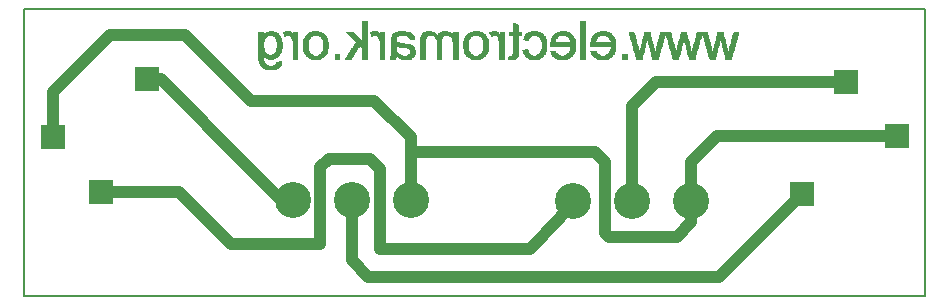
<source format=gbr>
G04 PROTEUS GERBER X2 FILE*
%TF.GenerationSoftware,Labcenter,Proteus,8.13-SP0-Build31525*%
%TF.CreationDate,2024-11-27T16:09:25+00:00*%
%TF.FileFunction,Copper,L2,Bot*%
%TF.FilePolarity,Positive*%
%TF.Part,Single*%
%TF.SameCoordinates,{6c36026d-0d5a-4654-bc71-8b13258c69e2}*%
%FSLAX45Y45*%
%MOMM*%
G01*
%TA.AperFunction,Conductor*%
%ADD12C,1.016000*%
%TA.AperFunction,ComponentPad*%
%ADD10C,3.048000*%
%TA.AperFunction,ComponentPad*%
%ADD11R,2.032000X2.032000*%
%TA.AperFunction,NonConductor*%
%ADD13C,0.203200*%
%ADD14C,0.063500*%
%TD.AperFunction*%
D12*
X+3289963Y+1120000D02*
X+3289963Y+824783D01*
X+3294746Y+820000D01*
X+664746Y+890000D02*
X+1330000Y+890000D01*
X+1770000Y+450000D01*
X+2524746Y+450000D01*
X+6974746Y+1820000D02*
X+5370655Y+1820000D01*
X+5200806Y+1650151D01*
X+5164366Y+1613711D01*
X+5164366Y+810000D01*
X+7404746Y+1360000D02*
X+5885756Y+1360000D01*
X+5757624Y+1231868D01*
X+5664746Y+1138990D01*
X+5664746Y+810000D01*
X+3289963Y+1225454D02*
X+3289963Y+1120000D01*
X+264746Y+1350000D02*
X+264746Y+1730000D01*
X+747069Y+2212323D01*
X+1382423Y+2212323D01*
X+1934746Y+1660000D01*
X+2979963Y+1660000D01*
X+3289963Y+1350000D01*
X+3289963Y+1225454D01*
X+2524746Y+450000D02*
X+2524746Y+1100000D01*
X+2594746Y+1170000D01*
X+2944746Y+1170000D01*
X+3034746Y+1080000D01*
X+3034746Y+404445D01*
X+4296412Y+404445D01*
X+4549567Y+657600D01*
X+4663986Y+810000D01*
X+6604746Y+870000D02*
X+5904746Y+170000D01*
X+2932525Y+170000D01*
X+2794366Y+308159D01*
X+2794366Y+820000D01*
X+5664746Y+810000D02*
X+5664746Y+630000D01*
X+5541817Y+507071D01*
X+4968685Y+507071D01*
X+4934746Y+541010D01*
X+4934746Y+1137524D01*
X+4846816Y+1225454D01*
X+3289963Y+1225454D01*
X+2293986Y+820000D02*
X+2193986Y+820000D01*
X+1963986Y+1050000D01*
X+1939366Y+1074620D01*
X+1054746Y+1840000D02*
X+1173986Y+1840000D01*
X+1939366Y+1074620D01*
D10*
X+3294746Y+820000D03*
X+2794366Y+820000D03*
X+2293986Y+820000D03*
X+5664746Y+810000D03*
X+5164366Y+810000D03*
X+4663986Y+810000D03*
D11*
X+664746Y+890000D03*
X+1054746Y+1840000D03*
X+264746Y+1350000D03*
X+6974746Y+1820000D03*
X+6604746Y+870000D03*
X+7404746Y+1360000D03*
D13*
X+14746Y+10000D02*
X+7644746Y+10000D01*
X+7644746Y+2440000D01*
X+14746Y+2440000D01*
X+14746Y+10000D01*
D14*
X+2077820Y+1924065D02*
X+2133700Y+1924065D01*
X+2057500Y+1929145D02*
X+2148940Y+1929145D01*
X+2047340Y+1934225D02*
X+2159100Y+1934225D01*
X+2037180Y+1939305D02*
X+2169260Y+1939305D01*
X+2032100Y+1944385D02*
X+2174340Y+1944385D01*
X+2027020Y+1949465D02*
X+2179420Y+1949465D01*
X+2021940Y+1954545D02*
X+2184500Y+1954545D01*
X+2016860Y+1959625D02*
X+2082900Y+1959625D01*
X+2123540Y+1959625D02*
X+2184500Y+1959625D01*
X+2016860Y+1964705D02*
X+2067660Y+1964705D01*
X+2138780Y+1964705D02*
X+2189580Y+1964705D01*
X+2011780Y+1969785D02*
X+2062580Y+1969785D01*
X+2143860Y+1969785D02*
X+2189580Y+1969785D01*
X+2011780Y+1974865D02*
X+2057500Y+1974865D01*
X+2148940Y+1974865D02*
X+2194660Y+1974865D01*
X+2006700Y+1979945D02*
X+2052420Y+1979945D01*
X+2148940Y+1979945D02*
X+2194660Y+1979945D01*
X+2006700Y+1985025D02*
X+2047340Y+1985025D01*
X+2154020Y+1985025D02*
X+2194660Y+1985025D01*
X+2006700Y+1990105D02*
X+2047340Y+1990105D01*
X+2154020Y+1990105D02*
X+2194660Y+1990105D01*
X+2006700Y+1995185D02*
X+2047340Y+1995185D01*
X+2174340Y+1995185D02*
X+2194660Y+1995185D01*
X+2006700Y+2000265D02*
X+2042260Y+2000265D01*
X+2001620Y+2005345D02*
X+2042260Y+2005345D01*
X+2001620Y+2010425D02*
X+2042260Y+2010425D01*
X+2458820Y+2010425D02*
X+2509620Y+2010425D01*
X+3220820Y+2010425D02*
X+3271620Y+2010425D01*
X+3815180Y+2010425D02*
X+3865980Y+2010425D01*
X+4119980Y+2010425D02*
X+4165700Y+2010425D01*
X+4307940Y+2010425D02*
X+4358740Y+2010425D01*
X+4546700Y+2010425D02*
X+4602580Y+2010425D01*
X+4887060Y+2010425D02*
X+4942940Y+2010425D01*
X+2001620Y+2015505D02*
X+2042260Y+2015505D01*
X+2082900Y+2015505D02*
X+2128620Y+2015505D01*
X+2291180Y+2015505D02*
X+2331820Y+2015505D01*
X+2443580Y+2015505D02*
X+2524860Y+2015505D01*
X+2646780Y+2015505D02*
X+2687420Y+2015505D01*
X+2733140Y+2015505D02*
X+2783940Y+2015505D01*
X+2880460Y+2015505D02*
X+2921100Y+2015505D01*
X+3027780Y+2015505D02*
X+3068420Y+2015505D01*
X+3114140Y+2015505D02*
X+3154780Y+2015505D01*
X+3205580Y+2015505D02*
X+3291940Y+2015505D01*
X+3373220Y+2015505D02*
X+3413860Y+2015505D01*
X+3510380Y+2015505D02*
X+3551020Y+2015505D01*
X+3647540Y+2015505D02*
X+3688180Y+2015505D01*
X+3799940Y+2015505D02*
X+3881220Y+2015505D01*
X+4038700Y+2015505D02*
X+4079340Y+2015505D01*
X+4114900Y+2015505D02*
X+4175860Y+2015505D01*
X+4292700Y+2015505D02*
X+4379060Y+2015505D01*
X+4526380Y+2015505D02*
X+4617820Y+2015505D01*
X+4724500Y+2015505D02*
X+4765140Y+2015505D01*
X+4866740Y+2015505D02*
X+4958180Y+2015505D01*
X+5080100Y+2015505D02*
X+5120740Y+2015505D01*
X+5202020Y+2015505D02*
X+5247740Y+2015505D01*
X+5334100Y+2015505D02*
X+5384900Y+2015505D01*
X+5511900Y+2015505D02*
X+5557620Y+2015505D01*
X+5643980Y+2015505D02*
X+5694780Y+2015505D01*
X+5821780Y+2015505D02*
X+5867500Y+2015505D01*
X+5953860Y+2015505D02*
X+6004660Y+2015505D01*
X+2001620Y+2020585D02*
X+2042260Y+2020585D01*
X+2067660Y+2020585D02*
X+2143860Y+2020585D01*
X+2291180Y+2020585D02*
X+2331820Y+2020585D01*
X+2433420Y+2020585D02*
X+2535020Y+2020585D01*
X+2646780Y+2020585D02*
X+2687420Y+2020585D01*
X+2738220Y+2020585D02*
X+2783940Y+2020585D01*
X+2880460Y+2020585D02*
X+2921100Y+2020585D01*
X+3027780Y+2020585D02*
X+3068420Y+2020585D01*
X+3119220Y+2020585D02*
X+3159860Y+2020585D01*
X+3195420Y+2020585D02*
X+3297020Y+2020585D01*
X+3373220Y+2020585D02*
X+3413860Y+2020585D01*
X+3510380Y+2020585D02*
X+3551020Y+2020585D01*
X+3647540Y+2020585D02*
X+3688180Y+2020585D01*
X+3789780Y+2020585D02*
X+3891380Y+2020585D01*
X+4038700Y+2020585D02*
X+4079340Y+2020585D01*
X+4114900Y+2020585D02*
X+4180940Y+2020585D01*
X+4282540Y+2020585D02*
X+4389220Y+2020585D01*
X+4516220Y+2020585D02*
X+4627980Y+2020585D01*
X+4724500Y+2020585D02*
X+4765140Y+2020585D01*
X+4856580Y+2020585D02*
X+4968340Y+2020585D01*
X+5080100Y+2020585D02*
X+5120740Y+2020585D01*
X+5196940Y+2020585D02*
X+5247740Y+2020585D01*
X+5334100Y+2020585D02*
X+5384900Y+2020585D01*
X+5506820Y+2020585D02*
X+5557620Y+2020585D01*
X+5643980Y+2020585D02*
X+5694780Y+2020585D01*
X+5816700Y+2020585D02*
X+5867500Y+2020585D01*
X+5953860Y+2020585D02*
X+6004660Y+2020585D01*
X+2001620Y+2025665D02*
X+2042260Y+2025665D01*
X+2062580Y+2025665D02*
X+2154020Y+2025665D01*
X+2291180Y+2025665D02*
X+2331820Y+2025665D01*
X+2423260Y+2025665D02*
X+2545180Y+2025665D01*
X+2646780Y+2025665D02*
X+2687420Y+2025665D01*
X+2743300Y+2025665D02*
X+2789020Y+2025665D01*
X+2880460Y+2025665D02*
X+2921100Y+2025665D01*
X+3027780Y+2025665D02*
X+3068420Y+2025665D01*
X+3119220Y+2025665D02*
X+3159860Y+2025665D01*
X+3185260Y+2025665D02*
X+3307180Y+2025665D01*
X+3373220Y+2025665D02*
X+3413860Y+2025665D01*
X+3510380Y+2025665D02*
X+3551020Y+2025665D01*
X+3647540Y+2025665D02*
X+3688180Y+2025665D01*
X+3779620Y+2025665D02*
X+3901540Y+2025665D01*
X+4038700Y+2025665D02*
X+4079340Y+2025665D01*
X+4114900Y+2025665D02*
X+4186020Y+2025665D01*
X+4277460Y+2025665D02*
X+4394300Y+2025665D01*
X+4506060Y+2025665D02*
X+4638140Y+2025665D01*
X+4724500Y+2025665D02*
X+4765140Y+2025665D01*
X+4846420Y+2025665D02*
X+4978500Y+2025665D01*
X+5080100Y+2025665D02*
X+5120740Y+2025665D01*
X+5196940Y+2025665D02*
X+5247740Y+2025665D01*
X+5334100Y+2025665D02*
X+5384900Y+2025665D01*
X+5506820Y+2025665D02*
X+5557620Y+2025665D01*
X+5643980Y+2025665D02*
X+5694780Y+2025665D01*
X+5816700Y+2025665D02*
X+5867500Y+2025665D01*
X+5953860Y+2025665D02*
X+6004660Y+2025665D01*
X+2001620Y+2030745D02*
X+2042260Y+2030745D01*
X+2052420Y+2030745D02*
X+2159100Y+2030745D01*
X+2291180Y+2030745D02*
X+2331820Y+2030745D01*
X+2418180Y+2030745D02*
X+2550260Y+2030745D01*
X+2646780Y+2030745D02*
X+2687420Y+2030745D01*
X+2743300Y+2030745D02*
X+2794100Y+2030745D01*
X+2880460Y+2030745D02*
X+2921100Y+2030745D01*
X+3027780Y+2030745D02*
X+3068420Y+2030745D01*
X+3119220Y+2030745D02*
X+3164940Y+2030745D01*
X+3180180Y+2030745D02*
X+3312260Y+2030745D01*
X+3373220Y+2030745D02*
X+3413860Y+2030745D01*
X+3510380Y+2030745D02*
X+3551020Y+2030745D01*
X+3647540Y+2030745D02*
X+3688180Y+2030745D01*
X+3774540Y+2030745D02*
X+3906620Y+2030745D01*
X+4038700Y+2030745D02*
X+4079340Y+2030745D01*
X+4119980Y+2030745D02*
X+4191100Y+2030745D01*
X+4267300Y+2030745D02*
X+4404460Y+2030745D01*
X+4500980Y+2030745D02*
X+4643220Y+2030745D01*
X+4724500Y+2030745D02*
X+4765140Y+2030745D01*
X+4841340Y+2030745D02*
X+4983580Y+2030745D01*
X+5080100Y+2030745D02*
X+5120740Y+2030745D01*
X+5196940Y+2030745D02*
X+5247740Y+2030745D01*
X+5334100Y+2030745D02*
X+5384900Y+2030745D01*
X+5506820Y+2030745D02*
X+5557620Y+2030745D01*
X+5643980Y+2030745D02*
X+5694780Y+2030745D01*
X+5816700Y+2030745D02*
X+5867500Y+2030745D01*
X+5953860Y+2030745D02*
X+6004660Y+2030745D01*
X+2001620Y+2035825D02*
X+2042260Y+2035825D01*
X+2047340Y+2035825D02*
X+2164180Y+2035825D01*
X+2291180Y+2035825D02*
X+2331820Y+2035825D01*
X+2408020Y+2035825D02*
X+2560420Y+2035825D01*
X+2646780Y+2035825D02*
X+2687420Y+2035825D01*
X+2748380Y+2035825D02*
X+2794100Y+2035825D01*
X+2880460Y+2035825D02*
X+2921100Y+2035825D01*
X+3027780Y+2035825D02*
X+3068420Y+2035825D01*
X+3119220Y+2035825D02*
X+3164940Y+2035825D01*
X+3175100Y+2035825D02*
X+3317340Y+2035825D01*
X+3373220Y+2035825D02*
X+3413860Y+2035825D01*
X+3510380Y+2035825D02*
X+3551020Y+2035825D01*
X+3647540Y+2035825D02*
X+3688180Y+2035825D01*
X+3764380Y+2035825D02*
X+3916780Y+2035825D01*
X+4038700Y+2035825D02*
X+4079340Y+2035825D01*
X+4119980Y+2035825D02*
X+4191100Y+2035825D01*
X+4262220Y+2035825D02*
X+4409540Y+2035825D01*
X+4495900Y+2035825D02*
X+4648300Y+2035825D01*
X+4724500Y+2035825D02*
X+4765140Y+2035825D01*
X+4836260Y+2035825D02*
X+4988660Y+2035825D01*
X+5080100Y+2035825D02*
X+5120740Y+2035825D01*
X+5191860Y+2035825D02*
X+5252820Y+2035825D01*
X+5329020Y+2035825D02*
X+5389980Y+2035825D01*
X+5501740Y+2035825D02*
X+5562700Y+2035825D01*
X+5638900Y+2035825D02*
X+5699860Y+2035825D01*
X+5811620Y+2035825D02*
X+5872580Y+2035825D01*
X+5948780Y+2035825D02*
X+6009740Y+2035825D01*
X+2001620Y+2040905D02*
X+2169260Y+2040905D01*
X+2291180Y+2040905D02*
X+2331820Y+2040905D01*
X+2402940Y+2040905D02*
X+2560420Y+2040905D01*
X+2646780Y+2040905D02*
X+2687420Y+2040905D01*
X+2753460Y+2040905D02*
X+2799180Y+2040905D01*
X+2880460Y+2040905D02*
X+2921100Y+2040905D01*
X+3027780Y+2040905D02*
X+3068420Y+2040905D01*
X+3124300Y+2040905D02*
X+3164940Y+2040905D01*
X+3170020Y+2040905D02*
X+3317340Y+2040905D01*
X+3373220Y+2040905D02*
X+3413860Y+2040905D01*
X+3510380Y+2040905D02*
X+3551020Y+2040905D01*
X+3647540Y+2040905D02*
X+3688180Y+2040905D01*
X+3759300Y+2040905D02*
X+3916780Y+2040905D01*
X+4038700Y+2040905D02*
X+4079340Y+2040905D01*
X+4119980Y+2040905D02*
X+4196180Y+2040905D01*
X+4257140Y+2040905D02*
X+4414620Y+2040905D01*
X+4490820Y+2040905D02*
X+4653380Y+2040905D01*
X+4724500Y+2040905D02*
X+4765140Y+2040905D01*
X+4831180Y+2040905D02*
X+4993740Y+2040905D01*
X+5080100Y+2040905D02*
X+5120740Y+2040905D01*
X+5191860Y+2040905D02*
X+5252820Y+2040905D01*
X+5329020Y+2040905D02*
X+5389980Y+2040905D01*
X+5501740Y+2040905D02*
X+5562700Y+2040905D01*
X+5638900Y+2040905D02*
X+5699860Y+2040905D01*
X+5811620Y+2040905D02*
X+5872580Y+2040905D01*
X+5948780Y+2040905D02*
X+6009740Y+2040905D01*
X+2001620Y+2045985D02*
X+2174340Y+2045985D01*
X+2291180Y+2045985D02*
X+2331820Y+2045985D01*
X+2402940Y+2045985D02*
X+2463900Y+2045985D01*
X+2504540Y+2045985D02*
X+2565500Y+2045985D01*
X+2646780Y+2045985D02*
X+2687420Y+2045985D01*
X+2753460Y+2045985D02*
X+2804260Y+2045985D01*
X+2880460Y+2045985D02*
X+2921100Y+2045985D01*
X+3027780Y+2045985D02*
X+3068420Y+2045985D01*
X+3124300Y+2045985D02*
X+3215740Y+2045985D01*
X+3261460Y+2045985D02*
X+3322420Y+2045985D01*
X+3373220Y+2045985D02*
X+3413860Y+2045985D01*
X+3510380Y+2045985D02*
X+3551020Y+2045985D01*
X+3647540Y+2045985D02*
X+3688180Y+2045985D01*
X+3759300Y+2045985D02*
X+3820260Y+2045985D01*
X+3860900Y+2045985D02*
X+3921860Y+2045985D01*
X+4038700Y+2045985D02*
X+4079340Y+2045985D01*
X+4145380Y+2045985D02*
X+4196180Y+2045985D01*
X+4257140Y+2045985D02*
X+4318100Y+2045985D01*
X+4353660Y+2045985D02*
X+4414620Y+2045985D01*
X+4485740Y+2045985D02*
X+4551780Y+2045985D01*
X+4592420Y+2045985D02*
X+4658460Y+2045985D01*
X+4724500Y+2045985D02*
X+4765140Y+2045985D01*
X+4826100Y+2045985D02*
X+4892140Y+2045985D01*
X+4932780Y+2045985D02*
X+4998820Y+2045985D01*
X+5080100Y+2045985D02*
X+5120740Y+2045985D01*
X+5191860Y+2045985D02*
X+5252820Y+2045985D01*
X+5329020Y+2045985D02*
X+5389980Y+2045985D01*
X+5501740Y+2045985D02*
X+5562700Y+2045985D01*
X+5638900Y+2045985D02*
X+5699860Y+2045985D01*
X+5811620Y+2045985D02*
X+5872580Y+2045985D01*
X+5948780Y+2045985D02*
X+6009740Y+2045985D01*
X+2001620Y+2051065D02*
X+2082900Y+2051065D01*
X+2118460Y+2051065D02*
X+2179420Y+2051065D01*
X+2291180Y+2051065D02*
X+2331820Y+2051065D01*
X+2397860Y+2051065D02*
X+2453740Y+2051065D01*
X+2514700Y+2051065D02*
X+2570580Y+2051065D01*
X+2646780Y+2051065D02*
X+2687420Y+2051065D01*
X+2758540Y+2051065D02*
X+2804260Y+2051065D01*
X+2880460Y+2051065D02*
X+2921100Y+2051065D01*
X+3027780Y+2051065D02*
X+3068420Y+2051065D01*
X+3124300Y+2051065D02*
X+3200500Y+2051065D01*
X+3271620Y+2051065D02*
X+3322420Y+2051065D01*
X+3373220Y+2051065D02*
X+3413860Y+2051065D01*
X+3510380Y+2051065D02*
X+3551020Y+2051065D01*
X+3647540Y+2051065D02*
X+3688180Y+2051065D01*
X+3754220Y+2051065D02*
X+3810100Y+2051065D01*
X+3871060Y+2051065D02*
X+3926940Y+2051065D01*
X+4038700Y+2051065D02*
X+4079340Y+2051065D01*
X+4150460Y+2051065D02*
X+4196180Y+2051065D01*
X+4252060Y+2051065D02*
X+4302860Y+2051065D01*
X+4363820Y+2051065D02*
X+4419700Y+2051065D01*
X+4485740Y+2051065D02*
X+4541620Y+2051065D01*
X+4607660Y+2051065D02*
X+4663540Y+2051065D01*
X+4724500Y+2051065D02*
X+4765140Y+2051065D01*
X+4826100Y+2051065D02*
X+4881980Y+2051065D01*
X+4948020Y+2051065D02*
X+5003900Y+2051065D01*
X+5080100Y+2051065D02*
X+5120740Y+2051065D01*
X+5191860Y+2051065D02*
X+5252820Y+2051065D01*
X+5329020Y+2051065D02*
X+5395060Y+2051065D01*
X+5501740Y+2051065D02*
X+5562700Y+2051065D01*
X+5638900Y+2051065D02*
X+5704940Y+2051065D01*
X+5811620Y+2051065D02*
X+5872580Y+2051065D01*
X+5948780Y+2051065D02*
X+6014820Y+2051065D01*
X+2001620Y+2056145D02*
X+2072740Y+2056145D01*
X+2128620Y+2056145D02*
X+2179420Y+2056145D01*
X+2291180Y+2056145D02*
X+2331820Y+2056145D01*
X+2392780Y+2056145D02*
X+2448660Y+2056145D01*
X+2519780Y+2056145D02*
X+2575660Y+2056145D01*
X+2763620Y+2056145D02*
X+2809340Y+2056145D01*
X+2880460Y+2056145D02*
X+2921100Y+2056145D01*
X+3027780Y+2056145D02*
X+3068420Y+2056145D01*
X+3124300Y+2056145D02*
X+3195420Y+2056145D01*
X+3276700Y+2056145D02*
X+3327500Y+2056145D01*
X+3373220Y+2056145D02*
X+3413860Y+2056145D01*
X+3510380Y+2056145D02*
X+3551020Y+2056145D01*
X+3647540Y+2056145D02*
X+3688180Y+2056145D01*
X+3749140Y+2056145D02*
X+3805020Y+2056145D01*
X+3876140Y+2056145D02*
X+3932020Y+2056145D01*
X+4038700Y+2056145D02*
X+4079340Y+2056145D01*
X+4155540Y+2056145D02*
X+4196180Y+2056145D01*
X+4246980Y+2056145D02*
X+4297780Y+2056145D01*
X+4373980Y+2056145D02*
X+4424780Y+2056145D01*
X+4480660Y+2056145D02*
X+4531460Y+2056145D01*
X+4612740Y+2056145D02*
X+4668620Y+2056145D01*
X+4724500Y+2056145D02*
X+4765140Y+2056145D01*
X+4821020Y+2056145D02*
X+4871820Y+2056145D01*
X+4953100Y+2056145D02*
X+5008980Y+2056145D01*
X+5186780Y+2056145D02*
X+5257900Y+2056145D01*
X+5323940Y+2056145D02*
X+5395060Y+2056145D01*
X+5496660Y+2056145D02*
X+5567780Y+2056145D01*
X+5633820Y+2056145D02*
X+5704940Y+2056145D01*
X+5806540Y+2056145D02*
X+5877660Y+2056145D01*
X+5943700Y+2056145D02*
X+6014820Y+2056145D01*
X+2001620Y+2061225D02*
X+2067660Y+2061225D01*
X+2133700Y+2061225D02*
X+2184500Y+2061225D01*
X+2291180Y+2061225D02*
X+2331820Y+2061225D01*
X+2392780Y+2061225D02*
X+2438500Y+2061225D01*
X+2529940Y+2061225D02*
X+2575660Y+2061225D01*
X+2763620Y+2061225D02*
X+2814420Y+2061225D01*
X+2880460Y+2061225D02*
X+2921100Y+2061225D01*
X+3027780Y+2061225D02*
X+3068420Y+2061225D01*
X+3124300Y+2061225D02*
X+3185260Y+2061225D01*
X+3281780Y+2061225D02*
X+3327500Y+2061225D01*
X+3373220Y+2061225D02*
X+3413860Y+2061225D01*
X+3510380Y+2061225D02*
X+3551020Y+2061225D01*
X+3647540Y+2061225D02*
X+3688180Y+2061225D01*
X+3749140Y+2061225D02*
X+3794860Y+2061225D01*
X+3886300Y+2061225D02*
X+3932020Y+2061225D01*
X+4038700Y+2061225D02*
X+4079340Y+2061225D01*
X+4155540Y+2061225D02*
X+4196180Y+2061225D01*
X+4246980Y+2061225D02*
X+4292700Y+2061225D01*
X+4379060Y+2061225D02*
X+4424780Y+2061225D01*
X+4480660Y+2061225D02*
X+4526380Y+2061225D01*
X+4617820Y+2061225D02*
X+4668620Y+2061225D01*
X+4724500Y+2061225D02*
X+4765140Y+2061225D01*
X+4821020Y+2061225D02*
X+4866740Y+2061225D01*
X+4958180Y+2061225D02*
X+5008980Y+2061225D01*
X+5186780Y+2061225D02*
X+5257900Y+2061225D01*
X+5323940Y+2061225D02*
X+5395060Y+2061225D01*
X+5496660Y+2061225D02*
X+5567780Y+2061225D01*
X+5633820Y+2061225D02*
X+5704940Y+2061225D01*
X+5806540Y+2061225D02*
X+5877660Y+2061225D01*
X+5943700Y+2061225D02*
X+6014820Y+2061225D01*
X+2001620Y+2066305D02*
X+2062580Y+2066305D01*
X+2138780Y+2066305D02*
X+2184500Y+2066305D01*
X+2291180Y+2066305D02*
X+2331820Y+2066305D01*
X+2387700Y+2066305D02*
X+2438500Y+2066305D01*
X+2535020Y+2066305D02*
X+2580740Y+2066305D01*
X+2768700Y+2066305D02*
X+2814420Y+2066305D01*
X+2880460Y+2066305D02*
X+2921100Y+2066305D01*
X+3027780Y+2066305D02*
X+3068420Y+2066305D01*
X+3124300Y+2066305D02*
X+3180180Y+2066305D01*
X+3286860Y+2066305D02*
X+3327500Y+2066305D01*
X+3373220Y+2066305D02*
X+3413860Y+2066305D01*
X+3510380Y+2066305D02*
X+3551020Y+2066305D01*
X+3647540Y+2066305D02*
X+3688180Y+2066305D01*
X+3744060Y+2066305D02*
X+3794860Y+2066305D01*
X+3891380Y+2066305D02*
X+3937100Y+2066305D01*
X+4038700Y+2066305D02*
X+4079340Y+2066305D01*
X+4155540Y+2066305D02*
X+4196180Y+2066305D01*
X+4241900Y+2066305D02*
X+4287620Y+2066305D01*
X+4384140Y+2066305D02*
X+4429860Y+2066305D01*
X+4475580Y+2066305D02*
X+4521300Y+2066305D01*
X+4622900Y+2066305D02*
X+4673700Y+2066305D01*
X+4724500Y+2066305D02*
X+4765140Y+2066305D01*
X+4815940Y+2066305D02*
X+4861660Y+2066305D01*
X+4963260Y+2066305D02*
X+5014060Y+2066305D01*
X+5186780Y+2066305D02*
X+5257900Y+2066305D01*
X+5323940Y+2066305D02*
X+5354420Y+2066305D01*
X+5359500Y+2066305D02*
X+5395060Y+2066305D01*
X+5496660Y+2066305D02*
X+5567780Y+2066305D01*
X+5633820Y+2066305D02*
X+5664300Y+2066305D01*
X+5669380Y+2066305D02*
X+5704940Y+2066305D01*
X+5806540Y+2066305D02*
X+5877660Y+2066305D01*
X+5943700Y+2066305D02*
X+5974180Y+2066305D01*
X+5979260Y+2066305D02*
X+6014820Y+2066305D01*
X+2001620Y+2071385D02*
X+2057500Y+2071385D01*
X+2143860Y+2071385D02*
X+2189580Y+2071385D01*
X+2291180Y+2071385D02*
X+2331820Y+2071385D01*
X+2387700Y+2071385D02*
X+2433420Y+2071385D01*
X+2535020Y+2071385D02*
X+2580740Y+2071385D01*
X+2768700Y+2071385D02*
X+2819500Y+2071385D01*
X+2880460Y+2071385D02*
X+2921100Y+2071385D01*
X+3027780Y+2071385D02*
X+3068420Y+2071385D01*
X+3124300Y+2071385D02*
X+3175100Y+2071385D01*
X+3286860Y+2071385D02*
X+3327500Y+2071385D01*
X+3373220Y+2071385D02*
X+3413860Y+2071385D01*
X+3510380Y+2071385D02*
X+3551020Y+2071385D01*
X+3647540Y+2071385D02*
X+3688180Y+2071385D01*
X+3744060Y+2071385D02*
X+3789780Y+2071385D01*
X+3891380Y+2071385D02*
X+3937100Y+2071385D01*
X+4038700Y+2071385D02*
X+4079340Y+2071385D01*
X+4155540Y+2071385D02*
X+4196180Y+2071385D01*
X+4241900Y+2071385D02*
X+4287620Y+2071385D01*
X+4389220Y+2071385D02*
X+4429860Y+2071385D01*
X+4475580Y+2071385D02*
X+4516220Y+2071385D01*
X+4627980Y+2071385D02*
X+4673700Y+2071385D01*
X+4724500Y+2071385D02*
X+4765140Y+2071385D01*
X+4815940Y+2071385D02*
X+4856580Y+2071385D01*
X+4968340Y+2071385D02*
X+5014060Y+2071385D01*
X+5181700Y+2071385D02*
X+5222340Y+2071385D01*
X+5227420Y+2071385D02*
X+5262980Y+2071385D01*
X+5323940Y+2071385D02*
X+5354420Y+2071385D01*
X+5359500Y+2071385D02*
X+5400140Y+2071385D01*
X+5491580Y+2071385D02*
X+5532220Y+2071385D01*
X+5537300Y+2071385D02*
X+5572860Y+2071385D01*
X+5633820Y+2071385D02*
X+5664300Y+2071385D01*
X+5669380Y+2071385D02*
X+5710020Y+2071385D01*
X+5801460Y+2071385D02*
X+5842100Y+2071385D01*
X+5847180Y+2071385D02*
X+5882740Y+2071385D01*
X+5943700Y+2071385D02*
X+5974180Y+2071385D01*
X+5979260Y+2071385D02*
X+6019900Y+2071385D01*
X+2001620Y+2076465D02*
X+2052420Y+2076465D01*
X+2148940Y+2076465D02*
X+2189580Y+2076465D01*
X+2291180Y+2076465D02*
X+2331820Y+2076465D01*
X+2382620Y+2076465D02*
X+2428340Y+2076465D01*
X+2540100Y+2076465D02*
X+2580740Y+2076465D01*
X+2773780Y+2076465D02*
X+2819500Y+2076465D01*
X+2880460Y+2076465D02*
X+2921100Y+2076465D01*
X+3027780Y+2076465D02*
X+3068420Y+2076465D01*
X+3124300Y+2076465D02*
X+3170020Y+2076465D01*
X+3286860Y+2076465D02*
X+3327500Y+2076465D01*
X+3373220Y+2076465D02*
X+3413860Y+2076465D01*
X+3510380Y+2076465D02*
X+3551020Y+2076465D01*
X+3647540Y+2076465D02*
X+3688180Y+2076465D01*
X+3738980Y+2076465D02*
X+3784700Y+2076465D01*
X+3896460Y+2076465D02*
X+3937100Y+2076465D01*
X+4038700Y+2076465D02*
X+4079340Y+2076465D01*
X+4155540Y+2076465D02*
X+4196180Y+2076465D01*
X+4241900Y+2076465D02*
X+4282540Y+2076465D01*
X+4389220Y+2076465D02*
X+4434940Y+2076465D01*
X+4470500Y+2076465D02*
X+4516220Y+2076465D01*
X+4633060Y+2076465D02*
X+4673700Y+2076465D01*
X+4724500Y+2076465D02*
X+4765140Y+2076465D01*
X+4810860Y+2076465D02*
X+4856580Y+2076465D01*
X+4973420Y+2076465D02*
X+5014060Y+2076465D01*
X+5181700Y+2076465D02*
X+5222340Y+2076465D01*
X+5227420Y+2076465D02*
X+5262980Y+2076465D01*
X+5318860Y+2076465D02*
X+5354420Y+2076465D01*
X+5359500Y+2076465D02*
X+5400140Y+2076465D01*
X+5491580Y+2076465D02*
X+5532220Y+2076465D01*
X+5537300Y+2076465D02*
X+5572860Y+2076465D01*
X+5628740Y+2076465D02*
X+5664300Y+2076465D01*
X+5669380Y+2076465D02*
X+5710020Y+2076465D01*
X+5801460Y+2076465D02*
X+5842100Y+2076465D01*
X+5847180Y+2076465D02*
X+5882740Y+2076465D01*
X+5938620Y+2076465D02*
X+5974180Y+2076465D01*
X+5979260Y+2076465D02*
X+6019900Y+2076465D01*
X+2001620Y+2081545D02*
X+2052420Y+2081545D01*
X+2148940Y+2081545D02*
X+2189580Y+2081545D01*
X+2291180Y+2081545D02*
X+2331820Y+2081545D01*
X+2382620Y+2081545D02*
X+2428340Y+2081545D01*
X+2540100Y+2081545D02*
X+2585820Y+2081545D01*
X+2778860Y+2081545D02*
X+2824580Y+2081545D01*
X+2880460Y+2081545D02*
X+2921100Y+2081545D01*
X+3027780Y+2081545D02*
X+3068420Y+2081545D01*
X+3124300Y+2081545D02*
X+3170020Y+2081545D01*
X+3286860Y+2081545D02*
X+3327500Y+2081545D01*
X+3373220Y+2081545D02*
X+3413860Y+2081545D01*
X+3510380Y+2081545D02*
X+3551020Y+2081545D01*
X+3647540Y+2081545D02*
X+3688180Y+2081545D01*
X+3738980Y+2081545D02*
X+3784700Y+2081545D01*
X+3896460Y+2081545D02*
X+3942180Y+2081545D01*
X+4038700Y+2081545D02*
X+4079340Y+2081545D01*
X+4155540Y+2081545D02*
X+4196180Y+2081545D01*
X+4241900Y+2081545D02*
X+4282540Y+2081545D01*
X+4394300Y+2081545D02*
X+4434940Y+2081545D01*
X+4490820Y+2081545D02*
X+4511140Y+2081545D01*
X+4633060Y+2081545D02*
X+4678780Y+2081545D01*
X+4724500Y+2081545D02*
X+4765140Y+2081545D01*
X+4831180Y+2081545D02*
X+4851500Y+2081545D01*
X+4973420Y+2081545D02*
X+5019140Y+2081545D01*
X+5181700Y+2081545D02*
X+5222340Y+2081545D01*
X+5227420Y+2081545D02*
X+5262980Y+2081545D01*
X+5318860Y+2081545D02*
X+5354420Y+2081545D01*
X+5364580Y+2081545D02*
X+5400140Y+2081545D01*
X+5491580Y+2081545D02*
X+5532220Y+2081545D01*
X+5537300Y+2081545D02*
X+5572860Y+2081545D01*
X+5628740Y+2081545D02*
X+5664300Y+2081545D01*
X+5674460Y+2081545D02*
X+5710020Y+2081545D01*
X+5801460Y+2081545D02*
X+5842100Y+2081545D01*
X+5847180Y+2081545D02*
X+5882740Y+2081545D01*
X+5938620Y+2081545D02*
X+5974180Y+2081545D01*
X+5984340Y+2081545D02*
X+6019900Y+2081545D01*
X+2001620Y+2086625D02*
X+2047340Y+2086625D01*
X+2154020Y+2086625D02*
X+2194660Y+2086625D01*
X+2291180Y+2086625D02*
X+2331820Y+2086625D01*
X+2382620Y+2086625D02*
X+2423260Y+2086625D01*
X+2545180Y+2086625D02*
X+2585820Y+2086625D01*
X+2778860Y+2086625D02*
X+2829660Y+2086625D01*
X+2880460Y+2086625D02*
X+2921100Y+2086625D01*
X+3027780Y+2086625D02*
X+3068420Y+2086625D01*
X+3124300Y+2086625D02*
X+3170020Y+2086625D01*
X+3286860Y+2086625D02*
X+3327500Y+2086625D01*
X+3373220Y+2086625D02*
X+3413860Y+2086625D01*
X+3510380Y+2086625D02*
X+3551020Y+2086625D01*
X+3647540Y+2086625D02*
X+3688180Y+2086625D01*
X+3738980Y+2086625D02*
X+3779620Y+2086625D01*
X+3901540Y+2086625D02*
X+3942180Y+2086625D01*
X+4038700Y+2086625D02*
X+4079340Y+2086625D01*
X+4155540Y+2086625D02*
X+4196180Y+2086625D01*
X+4236820Y+2086625D02*
X+4282540Y+2086625D01*
X+4394300Y+2086625D02*
X+4434940Y+2086625D01*
X+4638140Y+2086625D02*
X+4678780Y+2086625D01*
X+4724500Y+2086625D02*
X+4765140Y+2086625D01*
X+4978500Y+2086625D02*
X+5019140Y+2086625D01*
X+5181700Y+2086625D02*
X+5217260Y+2086625D01*
X+5227420Y+2086625D02*
X+5262980Y+2086625D01*
X+5318860Y+2086625D02*
X+5349340Y+2086625D01*
X+5364580Y+2086625D02*
X+5405220Y+2086625D01*
X+5491580Y+2086625D02*
X+5527140Y+2086625D01*
X+5537300Y+2086625D02*
X+5572860Y+2086625D01*
X+5628740Y+2086625D02*
X+5659220Y+2086625D01*
X+5674460Y+2086625D02*
X+5715100Y+2086625D01*
X+5801460Y+2086625D02*
X+5837020Y+2086625D01*
X+5847180Y+2086625D02*
X+5882740Y+2086625D01*
X+5938620Y+2086625D02*
X+5969100Y+2086625D01*
X+5984340Y+2086625D02*
X+6024980Y+2086625D01*
X+2001620Y+2091705D02*
X+2047340Y+2091705D01*
X+2154020Y+2091705D02*
X+2194660Y+2091705D01*
X+2291180Y+2091705D02*
X+2331820Y+2091705D01*
X+2382620Y+2091705D02*
X+2423260Y+2091705D01*
X+2545180Y+2091705D02*
X+2585820Y+2091705D01*
X+2783940Y+2091705D02*
X+2829660Y+2091705D01*
X+2880460Y+2091705D02*
X+2921100Y+2091705D01*
X+3027780Y+2091705D02*
X+3068420Y+2091705D01*
X+3124300Y+2091705D02*
X+3164940Y+2091705D01*
X+3281780Y+2091705D02*
X+3327500Y+2091705D01*
X+3373220Y+2091705D02*
X+3413860Y+2091705D01*
X+3510380Y+2091705D02*
X+3551020Y+2091705D01*
X+3647540Y+2091705D02*
X+3688180Y+2091705D01*
X+3738980Y+2091705D02*
X+3779620Y+2091705D01*
X+3901540Y+2091705D02*
X+3942180Y+2091705D01*
X+4038700Y+2091705D02*
X+4079340Y+2091705D01*
X+4155540Y+2091705D02*
X+4196180Y+2091705D01*
X+4236820Y+2091705D02*
X+4277460Y+2091705D01*
X+4394300Y+2091705D02*
X+4434940Y+2091705D01*
X+4638140Y+2091705D02*
X+4678780Y+2091705D01*
X+4724500Y+2091705D02*
X+4765140Y+2091705D01*
X+4978500Y+2091705D02*
X+5019140Y+2091705D01*
X+5176620Y+2091705D02*
X+5217260Y+2091705D01*
X+5232500Y+2091705D02*
X+5268060Y+2091705D01*
X+5318860Y+2091705D02*
X+5349340Y+2091705D01*
X+5364580Y+2091705D02*
X+5405220Y+2091705D01*
X+5486500Y+2091705D02*
X+5527140Y+2091705D01*
X+5542380Y+2091705D02*
X+5577940Y+2091705D01*
X+5628740Y+2091705D02*
X+5659220Y+2091705D01*
X+5674460Y+2091705D02*
X+5715100Y+2091705D01*
X+5796380Y+2091705D02*
X+5837020Y+2091705D01*
X+5852260Y+2091705D02*
X+5887820Y+2091705D01*
X+5938620Y+2091705D02*
X+5969100Y+2091705D01*
X+5984340Y+2091705D02*
X+6024980Y+2091705D01*
X+2001620Y+2096785D02*
X+2047340Y+2096785D01*
X+2154020Y+2096785D02*
X+2194660Y+2096785D01*
X+2291180Y+2096785D02*
X+2331820Y+2096785D01*
X+2382620Y+2096785D02*
X+2423260Y+2096785D01*
X+2545180Y+2096785D02*
X+2585820Y+2096785D01*
X+2789020Y+2096785D02*
X+2834740Y+2096785D01*
X+2880460Y+2096785D02*
X+2921100Y+2096785D01*
X+3027780Y+2096785D02*
X+3068420Y+2096785D01*
X+3124300Y+2096785D02*
X+3164940Y+2096785D01*
X+3276700Y+2096785D02*
X+3322420Y+2096785D01*
X+3373220Y+2096785D02*
X+3413860Y+2096785D01*
X+3510380Y+2096785D02*
X+3551020Y+2096785D01*
X+3647540Y+2096785D02*
X+3688180Y+2096785D01*
X+3738980Y+2096785D02*
X+3779620Y+2096785D01*
X+3901540Y+2096785D02*
X+3942180Y+2096785D01*
X+4038700Y+2096785D02*
X+4079340Y+2096785D01*
X+4155540Y+2096785D02*
X+4196180Y+2096785D01*
X+4257140Y+2096785D02*
X+4277460Y+2096785D01*
X+4394300Y+2096785D02*
X+4434940Y+2096785D01*
X+4638140Y+2096785D02*
X+4683860Y+2096785D01*
X+4724500Y+2096785D02*
X+4765140Y+2096785D01*
X+4978500Y+2096785D02*
X+5024220Y+2096785D01*
X+5176620Y+2096785D02*
X+5217260Y+2096785D01*
X+5232500Y+2096785D02*
X+5268060Y+2096785D01*
X+5313780Y+2096785D02*
X+5349340Y+2096785D01*
X+5364580Y+2096785D02*
X+5405220Y+2096785D01*
X+5486500Y+2096785D02*
X+5527140Y+2096785D01*
X+5542380Y+2096785D02*
X+5577940Y+2096785D01*
X+5623660Y+2096785D02*
X+5659220Y+2096785D01*
X+5674460Y+2096785D02*
X+5715100Y+2096785D01*
X+5796380Y+2096785D02*
X+5837020Y+2096785D01*
X+5852260Y+2096785D02*
X+5887820Y+2096785D01*
X+5933540Y+2096785D02*
X+5969100Y+2096785D01*
X+5984340Y+2096785D02*
X+6024980Y+2096785D01*
X+2001620Y+2101865D02*
X+2047340Y+2101865D01*
X+2154020Y+2101865D02*
X+2199740Y+2101865D01*
X+2291180Y+2101865D02*
X+2331820Y+2101865D01*
X+2377540Y+2101865D02*
X+2418180Y+2101865D01*
X+2550260Y+2101865D02*
X+2590900Y+2101865D01*
X+2789020Y+2101865D02*
X+2839820Y+2101865D01*
X+2880460Y+2101865D02*
X+2921100Y+2101865D01*
X+3027780Y+2101865D02*
X+3068420Y+2101865D01*
X+3124300Y+2101865D02*
X+3164940Y+2101865D01*
X+3271620Y+2101865D02*
X+3322420Y+2101865D01*
X+3373220Y+2101865D02*
X+3413860Y+2101865D01*
X+3510380Y+2101865D02*
X+3551020Y+2101865D01*
X+3647540Y+2101865D02*
X+3688180Y+2101865D01*
X+3733900Y+2101865D02*
X+3774540Y+2101865D01*
X+3906620Y+2101865D02*
X+3947260Y+2101865D01*
X+4038700Y+2101865D02*
X+4079340Y+2101865D01*
X+4155540Y+2101865D02*
X+4196180Y+2101865D01*
X+4399380Y+2101865D02*
X+4440020Y+2101865D01*
X+4643220Y+2101865D02*
X+4683860Y+2101865D01*
X+4724500Y+2101865D02*
X+4765140Y+2101865D01*
X+4983580Y+2101865D02*
X+5024220Y+2101865D01*
X+5176620Y+2101865D02*
X+5217260Y+2101865D01*
X+5232500Y+2101865D02*
X+5268060Y+2101865D01*
X+5313780Y+2101865D02*
X+5349340Y+2101865D01*
X+5364580Y+2101865D02*
X+5405220Y+2101865D01*
X+5486500Y+2101865D02*
X+5527140Y+2101865D01*
X+5542380Y+2101865D02*
X+5577940Y+2101865D01*
X+5623660Y+2101865D02*
X+5659220Y+2101865D01*
X+5674460Y+2101865D02*
X+5715100Y+2101865D01*
X+5796380Y+2101865D02*
X+5837020Y+2101865D01*
X+5852260Y+2101865D02*
X+5887820Y+2101865D01*
X+5933540Y+2101865D02*
X+5969100Y+2101865D01*
X+5984340Y+2101865D02*
X+6024980Y+2101865D01*
X+2001620Y+2106945D02*
X+2042260Y+2106945D01*
X+2159100Y+2106945D02*
X+2199740Y+2106945D01*
X+2291180Y+2106945D02*
X+2331820Y+2106945D01*
X+2377540Y+2106945D02*
X+2418180Y+2106945D01*
X+2550260Y+2106945D02*
X+2590900Y+2106945D01*
X+2794100Y+2106945D02*
X+2839820Y+2106945D01*
X+2880460Y+2106945D02*
X+2921100Y+2106945D01*
X+3027780Y+2106945D02*
X+3068420Y+2106945D01*
X+3124300Y+2106945D02*
X+3164940Y+2106945D01*
X+3256380Y+2106945D02*
X+3317340Y+2106945D01*
X+3373220Y+2106945D02*
X+3413860Y+2106945D01*
X+3510380Y+2106945D02*
X+3551020Y+2106945D01*
X+3647540Y+2106945D02*
X+3688180Y+2106945D01*
X+3733900Y+2106945D02*
X+3774540Y+2106945D01*
X+3906620Y+2106945D02*
X+3947260Y+2106945D01*
X+4038700Y+2106945D02*
X+4079340Y+2106945D01*
X+4155540Y+2106945D02*
X+4196180Y+2106945D01*
X+4399380Y+2106945D02*
X+4440020Y+2106945D01*
X+4643220Y+2106945D02*
X+4683860Y+2106945D01*
X+4724500Y+2106945D02*
X+4765140Y+2106945D01*
X+4983580Y+2106945D02*
X+5024220Y+2106945D01*
X+5171540Y+2106945D02*
X+5212180Y+2106945D01*
X+5232500Y+2106945D02*
X+5268060Y+2106945D01*
X+5313780Y+2106945D02*
X+5344260Y+2106945D01*
X+5369660Y+2106945D02*
X+5410300Y+2106945D01*
X+5481420Y+2106945D02*
X+5522060Y+2106945D01*
X+5542380Y+2106945D02*
X+5577940Y+2106945D01*
X+5623660Y+2106945D02*
X+5654140Y+2106945D01*
X+5679540Y+2106945D02*
X+5720180Y+2106945D01*
X+5791300Y+2106945D02*
X+5831940Y+2106945D01*
X+5852260Y+2106945D02*
X+5887820Y+2106945D01*
X+5933540Y+2106945D02*
X+5964020Y+2106945D01*
X+5989420Y+2106945D02*
X+6030060Y+2106945D01*
X+2001620Y+2112025D02*
X+2042260Y+2112025D01*
X+2159100Y+2112025D02*
X+2199740Y+2112025D01*
X+2291180Y+2112025D02*
X+2331820Y+2112025D01*
X+2377540Y+2112025D02*
X+2418180Y+2112025D01*
X+2550260Y+2112025D02*
X+2590900Y+2112025D01*
X+2799180Y+2112025D02*
X+2844900Y+2112025D01*
X+2875380Y+2112025D02*
X+2921100Y+2112025D01*
X+3027780Y+2112025D02*
X+3068420Y+2112025D01*
X+3124300Y+2112025D02*
X+3164940Y+2112025D01*
X+3225900Y+2112025D02*
X+3317340Y+2112025D01*
X+3373220Y+2112025D02*
X+3413860Y+2112025D01*
X+3510380Y+2112025D02*
X+3551020Y+2112025D01*
X+3647540Y+2112025D02*
X+3688180Y+2112025D01*
X+3733900Y+2112025D02*
X+3774540Y+2112025D01*
X+3906620Y+2112025D02*
X+3947260Y+2112025D01*
X+4038700Y+2112025D02*
X+4079340Y+2112025D01*
X+4155540Y+2112025D02*
X+4196180Y+2112025D01*
X+4399380Y+2112025D02*
X+4440020Y+2112025D01*
X+4643220Y+2112025D02*
X+4683860Y+2112025D01*
X+4724500Y+2112025D02*
X+4765140Y+2112025D01*
X+4983580Y+2112025D02*
X+5024220Y+2112025D01*
X+5171540Y+2112025D02*
X+5212180Y+2112025D01*
X+5237580Y+2112025D02*
X+5273140Y+2112025D01*
X+5313780Y+2112025D02*
X+5344260Y+2112025D01*
X+5369660Y+2112025D02*
X+5410300Y+2112025D01*
X+5481420Y+2112025D02*
X+5522060Y+2112025D01*
X+5547460Y+2112025D02*
X+5583020Y+2112025D01*
X+5623660Y+2112025D02*
X+5654140Y+2112025D01*
X+5679540Y+2112025D02*
X+5720180Y+2112025D01*
X+5791300Y+2112025D02*
X+5831940Y+2112025D01*
X+5857340Y+2112025D02*
X+5892900Y+2112025D01*
X+5933540Y+2112025D02*
X+5964020Y+2112025D01*
X+5989420Y+2112025D02*
X+6030060Y+2112025D01*
X+2001620Y+2117105D02*
X+2042260Y+2117105D01*
X+2159100Y+2117105D02*
X+2199740Y+2117105D01*
X+2291180Y+2117105D02*
X+2331820Y+2117105D01*
X+2377540Y+2117105D02*
X+2418180Y+2117105D01*
X+2550260Y+2117105D02*
X+2590900Y+2117105D01*
X+2799180Y+2117105D02*
X+2849980Y+2117105D01*
X+2870300Y+2117105D02*
X+2921100Y+2117105D01*
X+3027780Y+2117105D02*
X+3068420Y+2117105D01*
X+3124300Y+2117105D02*
X+3164940Y+2117105D01*
X+3195420Y+2117105D02*
X+3312260Y+2117105D01*
X+3373220Y+2117105D02*
X+3413860Y+2117105D01*
X+3510380Y+2117105D02*
X+3551020Y+2117105D01*
X+3647540Y+2117105D02*
X+3688180Y+2117105D01*
X+3733900Y+2117105D02*
X+3774540Y+2117105D01*
X+3906620Y+2117105D02*
X+3947260Y+2117105D01*
X+4038700Y+2117105D02*
X+4079340Y+2117105D01*
X+4155540Y+2117105D02*
X+4196180Y+2117105D01*
X+4399380Y+2117105D02*
X+4440020Y+2117105D01*
X+4643220Y+2117105D02*
X+4683860Y+2117105D01*
X+4724500Y+2117105D02*
X+4765140Y+2117105D01*
X+4983580Y+2117105D02*
X+5024220Y+2117105D01*
X+5171540Y+2117105D02*
X+5212180Y+2117105D01*
X+5237580Y+2117105D02*
X+5273140Y+2117105D01*
X+5308700Y+2117105D02*
X+5344260Y+2117105D01*
X+5369660Y+2117105D02*
X+5410300Y+2117105D01*
X+5481420Y+2117105D02*
X+5522060Y+2117105D01*
X+5547460Y+2117105D02*
X+5583020Y+2117105D01*
X+5618580Y+2117105D02*
X+5654140Y+2117105D01*
X+5679540Y+2117105D02*
X+5720180Y+2117105D01*
X+5791300Y+2117105D02*
X+5831940Y+2117105D01*
X+5857340Y+2117105D02*
X+5892900Y+2117105D01*
X+5928460Y+2117105D02*
X+5964020Y+2117105D01*
X+5989420Y+2117105D02*
X+6030060Y+2117105D01*
X+2001620Y+2122185D02*
X+2042260Y+2122185D01*
X+2159100Y+2122185D02*
X+2199740Y+2122185D01*
X+2291180Y+2122185D02*
X+2331820Y+2122185D01*
X+2377540Y+2122185D02*
X+2418180Y+2122185D01*
X+2550260Y+2122185D02*
X+2590900Y+2122185D01*
X+2804260Y+2122185D02*
X+2849980Y+2122185D01*
X+2865220Y+2122185D02*
X+2921100Y+2122185D01*
X+3027780Y+2122185D02*
X+3068420Y+2122185D01*
X+3124300Y+2122185D02*
X+3164940Y+2122185D01*
X+3175100Y+2122185D02*
X+3307180Y+2122185D01*
X+3373220Y+2122185D02*
X+3413860Y+2122185D01*
X+3510380Y+2122185D02*
X+3551020Y+2122185D01*
X+3647540Y+2122185D02*
X+3688180Y+2122185D01*
X+3733900Y+2122185D02*
X+3774540Y+2122185D01*
X+3906620Y+2122185D02*
X+3947260Y+2122185D01*
X+4038700Y+2122185D02*
X+4079340Y+2122185D01*
X+4155540Y+2122185D02*
X+4196180Y+2122185D01*
X+4399380Y+2122185D02*
X+4440020Y+2122185D01*
X+4470500Y+2122185D02*
X+4683860Y+2122185D01*
X+4724500Y+2122185D02*
X+4765140Y+2122185D01*
X+4810860Y+2122185D02*
X+5024220Y+2122185D01*
X+5171540Y+2122185D02*
X+5212180Y+2122185D01*
X+5237580Y+2122185D02*
X+5273140Y+2122185D01*
X+5308700Y+2122185D02*
X+5344260Y+2122185D01*
X+5369660Y+2122185D02*
X+5415380Y+2122185D01*
X+5481420Y+2122185D02*
X+5522060Y+2122185D01*
X+5547460Y+2122185D02*
X+5583020Y+2122185D01*
X+5618580Y+2122185D02*
X+5654140Y+2122185D01*
X+5679540Y+2122185D02*
X+5725260Y+2122185D01*
X+5791300Y+2122185D02*
X+5831940Y+2122185D01*
X+5857340Y+2122185D02*
X+5892900Y+2122185D01*
X+5928460Y+2122185D02*
X+5964020Y+2122185D01*
X+5989420Y+2122185D02*
X+6035140Y+2122185D01*
X+2001620Y+2127265D02*
X+2042260Y+2127265D01*
X+2159100Y+2127265D02*
X+2199740Y+2127265D01*
X+2291180Y+2127265D02*
X+2331820Y+2127265D01*
X+2377540Y+2127265D02*
X+2418180Y+2127265D01*
X+2550260Y+2127265D02*
X+2590900Y+2127265D01*
X+2809340Y+2127265D02*
X+2855060Y+2127265D01*
X+2860140Y+2127265D02*
X+2921100Y+2127265D01*
X+3027780Y+2127265D02*
X+3068420Y+2127265D01*
X+3124300Y+2127265D02*
X+3302100Y+2127265D01*
X+3373220Y+2127265D02*
X+3413860Y+2127265D01*
X+3510380Y+2127265D02*
X+3551020Y+2127265D01*
X+3647540Y+2127265D02*
X+3688180Y+2127265D01*
X+3733900Y+2127265D02*
X+3774540Y+2127265D01*
X+3906620Y+2127265D02*
X+3947260Y+2127265D01*
X+4038700Y+2127265D02*
X+4079340Y+2127265D01*
X+4155540Y+2127265D02*
X+4196180Y+2127265D01*
X+4399380Y+2127265D02*
X+4440020Y+2127265D01*
X+4470500Y+2127265D02*
X+4683860Y+2127265D01*
X+4724500Y+2127265D02*
X+4765140Y+2127265D01*
X+4810860Y+2127265D02*
X+5024220Y+2127265D01*
X+5166460Y+2127265D02*
X+5207100Y+2127265D01*
X+5237580Y+2127265D02*
X+5273140Y+2127265D01*
X+5308700Y+2127265D02*
X+5339180Y+2127265D01*
X+5374740Y+2127265D02*
X+5415380Y+2127265D01*
X+5476340Y+2127265D02*
X+5516980Y+2127265D01*
X+5547460Y+2127265D02*
X+5583020Y+2127265D01*
X+5618580Y+2127265D02*
X+5649060Y+2127265D01*
X+5684620Y+2127265D02*
X+5725260Y+2127265D01*
X+5786220Y+2127265D02*
X+5826860Y+2127265D01*
X+5857340Y+2127265D02*
X+5892900Y+2127265D01*
X+5928460Y+2127265D02*
X+5958940Y+2127265D01*
X+5994500Y+2127265D02*
X+6035140Y+2127265D01*
X+2001620Y+2132345D02*
X+2042260Y+2132345D01*
X+2159100Y+2132345D02*
X+2199740Y+2132345D01*
X+2291180Y+2132345D02*
X+2331820Y+2132345D01*
X+2377540Y+2132345D02*
X+2418180Y+2132345D01*
X+2550260Y+2132345D02*
X+2590900Y+2132345D01*
X+2809340Y+2132345D02*
X+2921100Y+2132345D01*
X+3027780Y+2132345D02*
X+3068420Y+2132345D01*
X+3124300Y+2132345D02*
X+3291940Y+2132345D01*
X+3373220Y+2132345D02*
X+3413860Y+2132345D01*
X+3510380Y+2132345D02*
X+3551020Y+2132345D01*
X+3647540Y+2132345D02*
X+3688180Y+2132345D01*
X+3733900Y+2132345D02*
X+3774540Y+2132345D01*
X+3906620Y+2132345D02*
X+3947260Y+2132345D01*
X+4038700Y+2132345D02*
X+4079340Y+2132345D01*
X+4155540Y+2132345D02*
X+4196180Y+2132345D01*
X+4399380Y+2132345D02*
X+4440020Y+2132345D01*
X+4470500Y+2132345D02*
X+4683860Y+2132345D01*
X+4724500Y+2132345D02*
X+4765140Y+2132345D01*
X+4810860Y+2132345D02*
X+5024220Y+2132345D01*
X+5166460Y+2132345D02*
X+5207100Y+2132345D01*
X+5242660Y+2132345D02*
X+5278220Y+2132345D01*
X+5308700Y+2132345D02*
X+5339180Y+2132345D01*
X+5374740Y+2132345D02*
X+5415380Y+2132345D01*
X+5476340Y+2132345D02*
X+5516980Y+2132345D01*
X+5552540Y+2132345D02*
X+5588100Y+2132345D01*
X+5618580Y+2132345D02*
X+5649060Y+2132345D01*
X+5684620Y+2132345D02*
X+5725260Y+2132345D01*
X+5786220Y+2132345D02*
X+5826860Y+2132345D01*
X+5862420Y+2132345D02*
X+5897980Y+2132345D01*
X+5928460Y+2132345D02*
X+5958940Y+2132345D01*
X+5994500Y+2132345D02*
X+6035140Y+2132345D01*
X+2001620Y+2137425D02*
X+2042260Y+2137425D01*
X+2159100Y+2137425D02*
X+2199740Y+2137425D01*
X+2291180Y+2137425D02*
X+2331820Y+2137425D01*
X+2377540Y+2137425D02*
X+2418180Y+2137425D01*
X+2550260Y+2137425D02*
X+2590900Y+2137425D01*
X+2814420Y+2137425D02*
X+2921100Y+2137425D01*
X+3027780Y+2137425D02*
X+3068420Y+2137425D01*
X+3124300Y+2137425D02*
X+3281780Y+2137425D01*
X+3373220Y+2137425D02*
X+3413860Y+2137425D01*
X+3510380Y+2137425D02*
X+3551020Y+2137425D01*
X+3647540Y+2137425D02*
X+3688180Y+2137425D01*
X+3733900Y+2137425D02*
X+3774540Y+2137425D01*
X+3906620Y+2137425D02*
X+3947260Y+2137425D01*
X+4038700Y+2137425D02*
X+4079340Y+2137425D01*
X+4155540Y+2137425D02*
X+4196180Y+2137425D01*
X+4399380Y+2137425D02*
X+4440020Y+2137425D01*
X+4470500Y+2137425D02*
X+4683860Y+2137425D01*
X+4724500Y+2137425D02*
X+4765140Y+2137425D01*
X+4810860Y+2137425D02*
X+5024220Y+2137425D01*
X+5166460Y+2137425D02*
X+5207100Y+2137425D01*
X+5242660Y+2137425D02*
X+5278220Y+2137425D01*
X+5303620Y+2137425D02*
X+5339180Y+2137425D01*
X+5374740Y+2137425D02*
X+5415380Y+2137425D01*
X+5476340Y+2137425D02*
X+5516980Y+2137425D01*
X+5552540Y+2137425D02*
X+5588100Y+2137425D01*
X+5613500Y+2137425D02*
X+5649060Y+2137425D01*
X+5684620Y+2137425D02*
X+5725260Y+2137425D01*
X+5786220Y+2137425D02*
X+5826860Y+2137425D01*
X+5862420Y+2137425D02*
X+5897980Y+2137425D01*
X+5923380Y+2137425D02*
X+5958940Y+2137425D01*
X+5994500Y+2137425D02*
X+6035140Y+2137425D01*
X+2001620Y+2142505D02*
X+2042260Y+2142505D01*
X+2159100Y+2142505D02*
X+2199740Y+2142505D01*
X+2291180Y+2142505D02*
X+2331820Y+2142505D01*
X+2377540Y+2142505D02*
X+2418180Y+2142505D01*
X+2550260Y+2142505D02*
X+2590900Y+2142505D01*
X+2819500Y+2142505D02*
X+2921100Y+2142505D01*
X+3027780Y+2142505D02*
X+3068420Y+2142505D01*
X+3124300Y+2142505D02*
X+3261460Y+2142505D01*
X+3373220Y+2142505D02*
X+3413860Y+2142505D01*
X+3510380Y+2142505D02*
X+3551020Y+2142505D01*
X+3647540Y+2142505D02*
X+3688180Y+2142505D01*
X+3733900Y+2142505D02*
X+3774540Y+2142505D01*
X+3906620Y+2142505D02*
X+3947260Y+2142505D01*
X+4038700Y+2142505D02*
X+4079340Y+2142505D01*
X+4155540Y+2142505D02*
X+4196180Y+2142505D01*
X+4399380Y+2142505D02*
X+4440020Y+2142505D01*
X+4470500Y+2142505D02*
X+4683860Y+2142505D01*
X+4724500Y+2142505D02*
X+4765140Y+2142505D01*
X+4810860Y+2142505D02*
X+5024220Y+2142505D01*
X+5161380Y+2142505D02*
X+5207100Y+2142505D01*
X+5242660Y+2142505D02*
X+5278220Y+2142505D01*
X+5303620Y+2142505D02*
X+5339180Y+2142505D01*
X+5379820Y+2142505D02*
X+5420460Y+2142505D01*
X+5471260Y+2142505D02*
X+5516980Y+2142505D01*
X+5552540Y+2142505D02*
X+5588100Y+2142505D01*
X+5613500Y+2142505D02*
X+5649060Y+2142505D01*
X+5689700Y+2142505D02*
X+5730340Y+2142505D01*
X+5781140Y+2142505D02*
X+5826860Y+2142505D01*
X+5862420Y+2142505D02*
X+5897980Y+2142505D01*
X+5923380Y+2142505D02*
X+5958940Y+2142505D01*
X+5999580Y+2142505D02*
X+6040220Y+2142505D01*
X+2001620Y+2147585D02*
X+2042260Y+2147585D01*
X+2159100Y+2147585D02*
X+2199740Y+2147585D01*
X+2291180Y+2147585D02*
X+2331820Y+2147585D01*
X+2377540Y+2147585D02*
X+2418180Y+2147585D01*
X+2550260Y+2147585D02*
X+2590900Y+2147585D01*
X+2819500Y+2147585D02*
X+2921100Y+2147585D01*
X+3027780Y+2147585D02*
X+3068420Y+2147585D01*
X+3124300Y+2147585D02*
X+3230980Y+2147585D01*
X+3373220Y+2147585D02*
X+3413860Y+2147585D01*
X+3510380Y+2147585D02*
X+3551020Y+2147585D01*
X+3647540Y+2147585D02*
X+3688180Y+2147585D01*
X+3733900Y+2147585D02*
X+3774540Y+2147585D01*
X+3906620Y+2147585D02*
X+3947260Y+2147585D01*
X+4038700Y+2147585D02*
X+4079340Y+2147585D01*
X+4155540Y+2147585D02*
X+4196180Y+2147585D01*
X+4399380Y+2147585D02*
X+4440020Y+2147585D01*
X+4470500Y+2147585D02*
X+4683860Y+2147585D01*
X+4724500Y+2147585D02*
X+4765140Y+2147585D01*
X+4810860Y+2147585D02*
X+5024220Y+2147585D01*
X+5161380Y+2147585D02*
X+5202020Y+2147585D01*
X+5247740Y+2147585D02*
X+5278220Y+2147585D01*
X+5303620Y+2147585D02*
X+5334100Y+2147585D01*
X+5379820Y+2147585D02*
X+5420460Y+2147585D01*
X+5471260Y+2147585D02*
X+5511900Y+2147585D01*
X+5557620Y+2147585D02*
X+5588100Y+2147585D01*
X+5613500Y+2147585D02*
X+5643980Y+2147585D01*
X+5689700Y+2147585D02*
X+5730340Y+2147585D01*
X+5781140Y+2147585D02*
X+5821780Y+2147585D01*
X+5867500Y+2147585D02*
X+5897980Y+2147585D01*
X+5923380Y+2147585D02*
X+5953860Y+2147585D01*
X+5999580Y+2147585D02*
X+6040220Y+2147585D01*
X+2001620Y+2152665D02*
X+2042260Y+2152665D01*
X+2159100Y+2152665D02*
X+2199740Y+2152665D01*
X+2291180Y+2152665D02*
X+2331820Y+2152665D01*
X+2377540Y+2152665D02*
X+2418180Y+2152665D01*
X+2550260Y+2152665D02*
X+2590900Y+2152665D01*
X+2824580Y+2152665D02*
X+2921100Y+2152665D01*
X+3027780Y+2152665D02*
X+3068420Y+2152665D01*
X+3124300Y+2152665D02*
X+3195420Y+2152665D01*
X+3373220Y+2152665D02*
X+3413860Y+2152665D01*
X+3510380Y+2152665D02*
X+3551020Y+2152665D01*
X+3647540Y+2152665D02*
X+3688180Y+2152665D01*
X+3733900Y+2152665D02*
X+3774540Y+2152665D01*
X+3906620Y+2152665D02*
X+3947260Y+2152665D01*
X+4038700Y+2152665D02*
X+4079340Y+2152665D01*
X+4155540Y+2152665D02*
X+4196180Y+2152665D01*
X+4399380Y+2152665D02*
X+4440020Y+2152665D01*
X+4470500Y+2152665D02*
X+4683860Y+2152665D01*
X+4724500Y+2152665D02*
X+4765140Y+2152665D01*
X+4810860Y+2152665D02*
X+5024220Y+2152665D01*
X+5161380Y+2152665D02*
X+5202020Y+2152665D01*
X+5247740Y+2152665D02*
X+5283300Y+2152665D01*
X+5303620Y+2152665D02*
X+5334100Y+2152665D01*
X+5379820Y+2152665D02*
X+5420460Y+2152665D01*
X+5471260Y+2152665D02*
X+5511900Y+2152665D01*
X+5557620Y+2152665D02*
X+5593180Y+2152665D01*
X+5613500Y+2152665D02*
X+5643980Y+2152665D01*
X+5689700Y+2152665D02*
X+5730340Y+2152665D01*
X+5781140Y+2152665D02*
X+5821780Y+2152665D01*
X+5867500Y+2152665D02*
X+5903060Y+2152665D01*
X+5923380Y+2152665D02*
X+5953860Y+2152665D01*
X+5999580Y+2152665D02*
X+6040220Y+2152665D01*
X+2001620Y+2157745D02*
X+2042260Y+2157745D01*
X+2159100Y+2157745D02*
X+2199740Y+2157745D01*
X+2291180Y+2157745D02*
X+2331820Y+2157745D01*
X+2377540Y+2157745D02*
X+2418180Y+2157745D01*
X+2550260Y+2157745D02*
X+2590900Y+2157745D01*
X+2829660Y+2157745D02*
X+2921100Y+2157745D01*
X+3027780Y+2157745D02*
X+3068420Y+2157745D01*
X+3124300Y+2157745D02*
X+3175100Y+2157745D01*
X+3373220Y+2157745D02*
X+3413860Y+2157745D01*
X+3510380Y+2157745D02*
X+3551020Y+2157745D01*
X+3647540Y+2157745D02*
X+3688180Y+2157745D01*
X+3733900Y+2157745D02*
X+3774540Y+2157745D01*
X+3906620Y+2157745D02*
X+3947260Y+2157745D01*
X+4038700Y+2157745D02*
X+4079340Y+2157745D01*
X+4155540Y+2157745D02*
X+4196180Y+2157745D01*
X+4399380Y+2157745D02*
X+4440020Y+2157745D01*
X+4470500Y+2157745D02*
X+4511140Y+2157745D01*
X+4643220Y+2157745D02*
X+4683860Y+2157745D01*
X+4724500Y+2157745D02*
X+4765140Y+2157745D01*
X+4810860Y+2157745D02*
X+4851500Y+2157745D01*
X+4983580Y+2157745D02*
X+5024220Y+2157745D01*
X+5161380Y+2157745D02*
X+5202020Y+2157745D01*
X+5247740Y+2157745D02*
X+5283300Y+2157745D01*
X+5298540Y+2157745D02*
X+5334100Y+2157745D01*
X+5379820Y+2157745D02*
X+5425540Y+2157745D01*
X+5471260Y+2157745D02*
X+5511900Y+2157745D01*
X+5557620Y+2157745D02*
X+5593180Y+2157745D01*
X+5608420Y+2157745D02*
X+5643980Y+2157745D01*
X+5689700Y+2157745D02*
X+5735420Y+2157745D01*
X+5781140Y+2157745D02*
X+5821780Y+2157745D01*
X+5867500Y+2157745D02*
X+5903060Y+2157745D01*
X+5918300Y+2157745D02*
X+5953860Y+2157745D01*
X+5999580Y+2157745D02*
X+6045300Y+2157745D01*
X+2001620Y+2162825D02*
X+2047340Y+2162825D01*
X+2154020Y+2162825D02*
X+2194660Y+2162825D01*
X+2291180Y+2162825D02*
X+2331820Y+2162825D01*
X+2377540Y+2162825D02*
X+2423260Y+2162825D01*
X+2545180Y+2162825D02*
X+2585820Y+2162825D01*
X+2824580Y+2162825D02*
X+2921100Y+2162825D01*
X+3027780Y+2162825D02*
X+3068420Y+2162825D01*
X+3124300Y+2162825D02*
X+3164940Y+2162825D01*
X+3373220Y+2162825D02*
X+3413860Y+2162825D01*
X+3510380Y+2162825D02*
X+3551020Y+2162825D01*
X+3647540Y+2162825D02*
X+3688180Y+2162825D01*
X+3733900Y+2162825D02*
X+3779620Y+2162825D01*
X+3901540Y+2162825D02*
X+3942180Y+2162825D01*
X+4038700Y+2162825D02*
X+4079340Y+2162825D01*
X+4155540Y+2162825D02*
X+4196180Y+2162825D01*
X+4394300Y+2162825D02*
X+4434940Y+2162825D01*
X+4475580Y+2162825D02*
X+4511140Y+2162825D01*
X+4643220Y+2162825D02*
X+4678780Y+2162825D01*
X+4724500Y+2162825D02*
X+4765140Y+2162825D01*
X+4815940Y+2162825D02*
X+4851500Y+2162825D01*
X+4983580Y+2162825D02*
X+5019140Y+2162825D01*
X+5156300Y+2162825D02*
X+5196940Y+2162825D01*
X+5247740Y+2162825D02*
X+5283300Y+2162825D01*
X+5298540Y+2162825D02*
X+5334100Y+2162825D01*
X+5384900Y+2162825D02*
X+5425540Y+2162825D01*
X+5466180Y+2162825D02*
X+5506820Y+2162825D01*
X+5557620Y+2162825D02*
X+5593180Y+2162825D01*
X+5608420Y+2162825D02*
X+5643980Y+2162825D01*
X+5694780Y+2162825D02*
X+5735420Y+2162825D01*
X+5776060Y+2162825D02*
X+5816700Y+2162825D01*
X+5867500Y+2162825D02*
X+5903060Y+2162825D01*
X+5918300Y+2162825D02*
X+5953860Y+2162825D01*
X+6004660Y+2162825D02*
X+6045300Y+2162825D01*
X+2001620Y+2167905D02*
X+2047340Y+2167905D01*
X+2154020Y+2167905D02*
X+2194660Y+2167905D01*
X+2291180Y+2167905D02*
X+2331820Y+2167905D01*
X+2382620Y+2167905D02*
X+2423260Y+2167905D01*
X+2545180Y+2167905D02*
X+2585820Y+2167905D01*
X+2819500Y+2167905D02*
X+2875380Y+2167905D01*
X+2880460Y+2167905D02*
X+2921100Y+2167905D01*
X+3027780Y+2167905D02*
X+3068420Y+2167905D01*
X+3124300Y+2167905D02*
X+3164940Y+2167905D01*
X+3373220Y+2167905D02*
X+3413860Y+2167905D01*
X+3510380Y+2167905D02*
X+3551020Y+2167905D01*
X+3642460Y+2167905D02*
X+3688180Y+2167905D01*
X+3738980Y+2167905D02*
X+3779620Y+2167905D01*
X+3901540Y+2167905D02*
X+3942180Y+2167905D01*
X+4038700Y+2167905D02*
X+4079340Y+2167905D01*
X+4155540Y+2167905D02*
X+4196180Y+2167905D01*
X+4394300Y+2167905D02*
X+4434940Y+2167905D01*
X+4475580Y+2167905D02*
X+4511140Y+2167905D01*
X+4643220Y+2167905D02*
X+4678780Y+2167905D01*
X+4724500Y+2167905D02*
X+4765140Y+2167905D01*
X+4815940Y+2167905D02*
X+4851500Y+2167905D01*
X+4983580Y+2167905D02*
X+5019140Y+2167905D01*
X+5156300Y+2167905D02*
X+5196940Y+2167905D01*
X+5252820Y+2167905D02*
X+5283300Y+2167905D01*
X+5298540Y+2167905D02*
X+5329020Y+2167905D01*
X+5384900Y+2167905D02*
X+5425540Y+2167905D01*
X+5466180Y+2167905D02*
X+5506820Y+2167905D01*
X+5562700Y+2167905D02*
X+5593180Y+2167905D01*
X+5608420Y+2167905D02*
X+5638900Y+2167905D01*
X+5694780Y+2167905D02*
X+5735420Y+2167905D01*
X+5776060Y+2167905D02*
X+5816700Y+2167905D01*
X+5872580Y+2167905D02*
X+5903060Y+2167905D01*
X+5918300Y+2167905D02*
X+5948780Y+2167905D01*
X+6004660Y+2167905D02*
X+6045300Y+2167905D01*
X+2001620Y+2172985D02*
X+2047340Y+2172985D01*
X+2154020Y+2172985D02*
X+2194660Y+2172985D01*
X+2286100Y+2172985D02*
X+2331820Y+2172985D01*
X+2382620Y+2172985D02*
X+2423260Y+2172985D01*
X+2545180Y+2172985D02*
X+2585820Y+2172985D01*
X+2814420Y+2172985D02*
X+2870300Y+2172985D01*
X+2880460Y+2172985D02*
X+2921100Y+2172985D01*
X+3022700Y+2172985D02*
X+3068420Y+2172985D01*
X+3124300Y+2172985D02*
X+3164940Y+2172985D01*
X+3373220Y+2172985D02*
X+3413860Y+2172985D01*
X+3510380Y+2172985D02*
X+3551020Y+2172985D01*
X+3642460Y+2172985D02*
X+3688180Y+2172985D01*
X+3738980Y+2172985D02*
X+3779620Y+2172985D01*
X+3901540Y+2172985D02*
X+3942180Y+2172985D01*
X+4033620Y+2172985D02*
X+4079340Y+2172985D01*
X+4155540Y+2172985D02*
X+4196180Y+2172985D01*
X+4262220Y+2172985D02*
X+4282540Y+2172985D01*
X+4394300Y+2172985D02*
X+4434940Y+2172985D01*
X+4475580Y+2172985D02*
X+4516220Y+2172985D01*
X+4638140Y+2172985D02*
X+4678780Y+2172985D01*
X+4724500Y+2172985D02*
X+4765140Y+2172985D01*
X+4815940Y+2172985D02*
X+4856580Y+2172985D01*
X+4978500Y+2172985D02*
X+5019140Y+2172985D01*
X+5156300Y+2172985D02*
X+5196940Y+2172985D01*
X+5252820Y+2172985D02*
X+5288380Y+2172985D01*
X+5293460Y+2172985D02*
X+5329020Y+2172985D01*
X+5384900Y+2172985D02*
X+5425540Y+2172985D01*
X+5466180Y+2172985D02*
X+5506820Y+2172985D01*
X+5562700Y+2172985D02*
X+5598260Y+2172985D01*
X+5603340Y+2172985D02*
X+5638900Y+2172985D01*
X+5694780Y+2172985D02*
X+5735420Y+2172985D01*
X+5776060Y+2172985D02*
X+5816700Y+2172985D01*
X+5872580Y+2172985D02*
X+5908140Y+2172985D01*
X+5913220Y+2172985D02*
X+5948780Y+2172985D01*
X+6004660Y+2172985D02*
X+6045300Y+2172985D01*
X+2001620Y+2178065D02*
X+2047340Y+2178065D01*
X+2154020Y+2178065D02*
X+2194660Y+2178065D01*
X+2286100Y+2178065D02*
X+2331820Y+2178065D01*
X+2382620Y+2178065D02*
X+2428340Y+2178065D01*
X+2540100Y+2178065D02*
X+2585820Y+2178065D01*
X+2809340Y+2178065D02*
X+2865220Y+2178065D01*
X+2880460Y+2178065D02*
X+2921100Y+2178065D01*
X+3022700Y+2178065D02*
X+3068420Y+2178065D01*
X+3124300Y+2178065D02*
X+3164940Y+2178065D01*
X+3281780Y+2178065D02*
X+3302100Y+2178065D01*
X+3373220Y+2178065D02*
X+3413860Y+2178065D01*
X+3505300Y+2178065D02*
X+3551020Y+2178065D01*
X+3642460Y+2178065D02*
X+3688180Y+2178065D01*
X+3738980Y+2178065D02*
X+3784700Y+2178065D01*
X+3896460Y+2178065D02*
X+3942180Y+2178065D01*
X+4033620Y+2178065D02*
X+4079340Y+2178065D01*
X+4155540Y+2178065D02*
X+4196180Y+2178065D01*
X+4241900Y+2178065D02*
X+4282540Y+2178065D01*
X+4389220Y+2178065D02*
X+4434940Y+2178065D01*
X+4475580Y+2178065D02*
X+4516220Y+2178065D01*
X+4638140Y+2178065D02*
X+4678780Y+2178065D01*
X+4724500Y+2178065D02*
X+4765140Y+2178065D01*
X+4815940Y+2178065D02*
X+4856580Y+2178065D01*
X+4978500Y+2178065D02*
X+5019140Y+2178065D01*
X+5151220Y+2178065D02*
X+5196940Y+2178065D01*
X+5252820Y+2178065D02*
X+5288380Y+2178065D01*
X+5293460Y+2178065D02*
X+5329020Y+2178065D01*
X+5384900Y+2178065D02*
X+5430620Y+2178065D01*
X+5461100Y+2178065D02*
X+5506820Y+2178065D01*
X+5562700Y+2178065D02*
X+5598260Y+2178065D01*
X+5603340Y+2178065D02*
X+5638900Y+2178065D01*
X+5694780Y+2178065D02*
X+5740500Y+2178065D01*
X+5770980Y+2178065D02*
X+5816700Y+2178065D01*
X+5872580Y+2178065D02*
X+5908140Y+2178065D01*
X+5913220Y+2178065D02*
X+5948780Y+2178065D01*
X+6004660Y+2178065D02*
X+6050380Y+2178065D01*
X+2001620Y+2183145D02*
X+2052420Y+2183145D01*
X+2148940Y+2183145D02*
X+2189580Y+2183145D01*
X+2286100Y+2183145D02*
X+2331820Y+2183145D01*
X+2382620Y+2183145D02*
X+2428340Y+2183145D01*
X+2540100Y+2183145D02*
X+2580740Y+2183145D01*
X+2804260Y+2183145D02*
X+2860140Y+2183145D01*
X+2880460Y+2183145D02*
X+2921100Y+2183145D01*
X+3022700Y+2183145D02*
X+3068420Y+2183145D01*
X+3124300Y+2183145D02*
X+3164940Y+2183145D01*
X+3281780Y+2183145D02*
X+3322420Y+2183145D01*
X+3373220Y+2183145D02*
X+3413860Y+2183145D01*
X+3505300Y+2183145D02*
X+3551020Y+2183145D01*
X+3642460Y+2183145D02*
X+3688180Y+2183145D01*
X+3738980Y+2183145D02*
X+3784700Y+2183145D01*
X+3896460Y+2183145D02*
X+3937100Y+2183145D01*
X+4033620Y+2183145D02*
X+4079340Y+2183145D01*
X+4155540Y+2183145D02*
X+4196180Y+2183145D01*
X+4241900Y+2183145D02*
X+4287620Y+2183145D01*
X+4389220Y+2183145D02*
X+4429860Y+2183145D01*
X+4480660Y+2183145D02*
X+4516220Y+2183145D01*
X+4633060Y+2183145D02*
X+4673700Y+2183145D01*
X+4724500Y+2183145D02*
X+4765140Y+2183145D01*
X+4821020Y+2183145D02*
X+4856580Y+2183145D01*
X+4973420Y+2183145D02*
X+5014060Y+2183145D01*
X+5151220Y+2183145D02*
X+5191860Y+2183145D01*
X+5252820Y+2183145D02*
X+5288380Y+2183145D01*
X+5293460Y+2183145D02*
X+5323940Y+2183145D01*
X+5389980Y+2183145D02*
X+5430620Y+2183145D01*
X+5461100Y+2183145D02*
X+5501740Y+2183145D01*
X+5562700Y+2183145D02*
X+5598260Y+2183145D01*
X+5603340Y+2183145D02*
X+5633820Y+2183145D01*
X+5699860Y+2183145D02*
X+5740500Y+2183145D01*
X+5770980Y+2183145D02*
X+5811620Y+2183145D01*
X+5872580Y+2183145D02*
X+5908140Y+2183145D01*
X+5913220Y+2183145D02*
X+5943700Y+2183145D01*
X+6009740Y+2183145D02*
X+6050380Y+2183145D01*
X+2001620Y+2188225D02*
X+2052420Y+2188225D01*
X+2148940Y+2188225D02*
X+2189580Y+2188225D01*
X+2286100Y+2188225D02*
X+2331820Y+2188225D01*
X+2387700Y+2188225D02*
X+2433420Y+2188225D01*
X+2535020Y+2188225D02*
X+2580740Y+2188225D01*
X+2799180Y+2188225D02*
X+2855060Y+2188225D01*
X+2880460Y+2188225D02*
X+2921100Y+2188225D01*
X+3022700Y+2188225D02*
X+3068420Y+2188225D01*
X+3124300Y+2188225D02*
X+3164940Y+2188225D01*
X+3276700Y+2188225D02*
X+3322420Y+2188225D01*
X+3373220Y+2188225D02*
X+3413860Y+2188225D01*
X+3500220Y+2188225D02*
X+3556100Y+2188225D01*
X+3637380Y+2188225D02*
X+3688180Y+2188225D01*
X+3744060Y+2188225D02*
X+3789780Y+2188225D01*
X+3891380Y+2188225D02*
X+3937100Y+2188225D01*
X+4033620Y+2188225D02*
X+4079340Y+2188225D01*
X+4155540Y+2188225D02*
X+4196180Y+2188225D01*
X+4246980Y+2188225D02*
X+4287620Y+2188225D01*
X+4384140Y+2188225D02*
X+4429860Y+2188225D01*
X+4480660Y+2188225D02*
X+4521300Y+2188225D01*
X+4633060Y+2188225D02*
X+4673700Y+2188225D01*
X+4724500Y+2188225D02*
X+4765140Y+2188225D01*
X+4821020Y+2188225D02*
X+4861660Y+2188225D01*
X+4973420Y+2188225D02*
X+5014060Y+2188225D01*
X+5151220Y+2188225D02*
X+5191860Y+2188225D01*
X+5257900Y+2188225D02*
X+5288380Y+2188225D01*
X+5293460Y+2188225D02*
X+5323940Y+2188225D01*
X+5389980Y+2188225D02*
X+5430620Y+2188225D01*
X+5461100Y+2188225D02*
X+5501740Y+2188225D01*
X+5567780Y+2188225D02*
X+5598260Y+2188225D01*
X+5603340Y+2188225D02*
X+5633820Y+2188225D01*
X+5699860Y+2188225D02*
X+5740500Y+2188225D01*
X+5770980Y+2188225D02*
X+5811620Y+2188225D01*
X+5877660Y+2188225D02*
X+5908140Y+2188225D01*
X+5913220Y+2188225D02*
X+5943700Y+2188225D01*
X+6009740Y+2188225D02*
X+6050380Y+2188225D01*
X+2001620Y+2193305D02*
X+2057500Y+2193305D01*
X+2143860Y+2193305D02*
X+2189580Y+2193305D01*
X+2281020Y+2193305D02*
X+2331820Y+2193305D01*
X+2387700Y+2193305D02*
X+2438500Y+2193305D01*
X+2535020Y+2193305D02*
X+2580740Y+2193305D01*
X+2794100Y+2193305D02*
X+2849980Y+2193305D01*
X+2880460Y+2193305D02*
X+2921100Y+2193305D01*
X+3017620Y+2193305D02*
X+3068420Y+2193305D01*
X+3124300Y+2193305D02*
X+3170020Y+2193305D01*
X+3276700Y+2193305D02*
X+3317340Y+2193305D01*
X+3373220Y+2193305D02*
X+3418940Y+2193305D01*
X+3500220Y+2193305D02*
X+3556100Y+2193305D01*
X+3637380Y+2193305D02*
X+3688180Y+2193305D01*
X+3744060Y+2193305D02*
X+3794860Y+2193305D01*
X+3891380Y+2193305D02*
X+3937100Y+2193305D01*
X+4028540Y+2193305D02*
X+4079340Y+2193305D01*
X+4155540Y+2193305D02*
X+4196180Y+2193305D01*
X+4246980Y+2193305D02*
X+4292700Y+2193305D01*
X+4384140Y+2193305D02*
X+4429860Y+2193305D01*
X+4480660Y+2193305D02*
X+4526380Y+2193305D01*
X+4627980Y+2193305D02*
X+4668620Y+2193305D01*
X+4724500Y+2193305D02*
X+4765140Y+2193305D01*
X+4821020Y+2193305D02*
X+4866740Y+2193305D01*
X+4968340Y+2193305D02*
X+5008980Y+2193305D01*
X+5151220Y+2193305D02*
X+5191860Y+2193305D01*
X+5257900Y+2193305D02*
X+5323940Y+2193305D01*
X+5389980Y+2193305D02*
X+5435700Y+2193305D01*
X+5461100Y+2193305D02*
X+5501740Y+2193305D01*
X+5567780Y+2193305D02*
X+5633820Y+2193305D01*
X+5699860Y+2193305D02*
X+5745580Y+2193305D01*
X+5770980Y+2193305D02*
X+5811620Y+2193305D01*
X+5877660Y+2193305D02*
X+5943700Y+2193305D01*
X+6009740Y+2193305D02*
X+6055460Y+2193305D01*
X+2001620Y+2198385D02*
X+2062580Y+2198385D01*
X+2138780Y+2198385D02*
X+2184500Y+2198385D01*
X+2281020Y+2198385D02*
X+2331820Y+2198385D01*
X+2392780Y+2198385D02*
X+2438500Y+2198385D01*
X+2529940Y+2198385D02*
X+2575660Y+2198385D01*
X+2789020Y+2198385D02*
X+2844900Y+2198385D01*
X+2880460Y+2198385D02*
X+2921100Y+2198385D01*
X+3017620Y+2198385D02*
X+3068420Y+2198385D01*
X+3124300Y+2198385D02*
X+3170020Y+2198385D01*
X+3271620Y+2198385D02*
X+3317340Y+2198385D01*
X+3373220Y+2198385D02*
X+3418940Y+2198385D01*
X+3495140Y+2198385D02*
X+3556100Y+2198385D01*
X+3632300Y+2198385D02*
X+3688180Y+2198385D01*
X+3749140Y+2198385D02*
X+3794860Y+2198385D01*
X+3886300Y+2198385D02*
X+3932020Y+2198385D01*
X+4028540Y+2198385D02*
X+4079340Y+2198385D01*
X+4155540Y+2198385D02*
X+4196180Y+2198385D01*
X+4246980Y+2198385D02*
X+4297780Y+2198385D01*
X+4379060Y+2198385D02*
X+4424780Y+2198385D01*
X+4485740Y+2198385D02*
X+4531460Y+2198385D01*
X+4622900Y+2198385D02*
X+4668620Y+2198385D01*
X+4724500Y+2198385D02*
X+4765140Y+2198385D01*
X+4826100Y+2198385D02*
X+4871820Y+2198385D01*
X+4963260Y+2198385D02*
X+5008980Y+2198385D01*
X+5146140Y+2198385D02*
X+5186780Y+2198385D01*
X+5257900Y+2198385D02*
X+5323940Y+2198385D01*
X+5395060Y+2198385D02*
X+5435700Y+2198385D01*
X+5456020Y+2198385D02*
X+5496660Y+2198385D01*
X+5567780Y+2198385D02*
X+5633820Y+2198385D01*
X+5704940Y+2198385D02*
X+5745580Y+2198385D01*
X+5765900Y+2198385D02*
X+5806540Y+2198385D01*
X+5877660Y+2198385D02*
X+5943700Y+2198385D01*
X+6014820Y+2198385D02*
X+6055460Y+2198385D01*
X+2001620Y+2203465D02*
X+2067660Y+2203465D01*
X+2133700Y+2203465D02*
X+2184500Y+2203465D01*
X+2275940Y+2203465D02*
X+2331820Y+2203465D01*
X+2392780Y+2203465D02*
X+2448660Y+2203465D01*
X+2519780Y+2203465D02*
X+2575660Y+2203465D01*
X+2783940Y+2203465D02*
X+2839820Y+2203465D01*
X+2880460Y+2203465D02*
X+2921100Y+2203465D01*
X+3012540Y+2203465D02*
X+3068420Y+2203465D01*
X+3129380Y+2203465D02*
X+3175100Y+2203465D01*
X+3266540Y+2203465D02*
X+3317340Y+2203465D01*
X+3378300Y+2203465D02*
X+3424020Y+2203465D01*
X+3490060Y+2203465D02*
X+3561180Y+2203465D01*
X+3627220Y+2203465D02*
X+3688180Y+2203465D01*
X+3749140Y+2203465D02*
X+3805020Y+2203465D01*
X+3876140Y+2203465D02*
X+3932020Y+2203465D01*
X+4023460Y+2203465D02*
X+4079340Y+2203465D01*
X+4155540Y+2203465D02*
X+4196180Y+2203465D01*
X+4252060Y+2203465D02*
X+4297780Y+2203465D01*
X+4373980Y+2203465D02*
X+4424780Y+2203465D01*
X+4485740Y+2203465D02*
X+4536540Y+2203465D01*
X+4617820Y+2203465D02*
X+4663540Y+2203465D01*
X+4724500Y+2203465D02*
X+4765140Y+2203465D01*
X+4826100Y+2203465D02*
X+4876900Y+2203465D01*
X+4958180Y+2203465D02*
X+5003900Y+2203465D01*
X+5146140Y+2203465D02*
X+5186780Y+2203465D01*
X+5257900Y+2203465D02*
X+5318860Y+2203465D01*
X+5395060Y+2203465D02*
X+5435700Y+2203465D01*
X+5456020Y+2203465D02*
X+5496660Y+2203465D01*
X+5567780Y+2203465D02*
X+5628740Y+2203465D01*
X+5704940Y+2203465D02*
X+5745580Y+2203465D01*
X+5765900Y+2203465D02*
X+5806540Y+2203465D01*
X+5877660Y+2203465D02*
X+5938620Y+2203465D01*
X+6014820Y+2203465D02*
X+6055460Y+2203465D01*
X+2001620Y+2208545D02*
X+2072740Y+2208545D01*
X+2128620Y+2208545D02*
X+2179420Y+2208545D01*
X+2220060Y+2208545D02*
X+2230220Y+2208545D01*
X+2270860Y+2208545D02*
X+2331820Y+2208545D01*
X+2397860Y+2208545D02*
X+2453740Y+2208545D01*
X+2514700Y+2208545D02*
X+2570580Y+2208545D01*
X+2778860Y+2208545D02*
X+2834740Y+2208545D01*
X+2880460Y+2208545D02*
X+2921100Y+2208545D01*
X+2956660Y+2208545D02*
X+2966820Y+2208545D01*
X+3007460Y+2208545D02*
X+3068420Y+2208545D01*
X+3129380Y+2208545D02*
X+3185260Y+2208545D01*
X+3261460Y+2208545D02*
X+3312260Y+2208545D01*
X+3378300Y+2208545D02*
X+3429100Y+2208545D01*
X+3484980Y+2208545D02*
X+3566260Y+2208545D01*
X+3617060Y+2208545D02*
X+3688180Y+2208545D01*
X+3754220Y+2208545D02*
X+3810100Y+2208545D01*
X+3871060Y+2208545D02*
X+3926940Y+2208545D01*
X+3967580Y+2208545D02*
X+3977740Y+2208545D01*
X+4018380Y+2208545D02*
X+4079340Y+2208545D01*
X+4155540Y+2208545D02*
X+4196180Y+2208545D01*
X+4252060Y+2208545D02*
X+4307940Y+2208545D01*
X+4363820Y+2208545D02*
X+4419700Y+2208545D01*
X+4490820Y+2208545D02*
X+4541620Y+2208545D01*
X+4607660Y+2208545D02*
X+4663540Y+2208545D01*
X+4724500Y+2208545D02*
X+4765140Y+2208545D01*
X+4831180Y+2208545D02*
X+4881980Y+2208545D01*
X+4948020Y+2208545D02*
X+5003900Y+2208545D01*
X+5146140Y+2208545D02*
X+5186780Y+2208545D01*
X+5262980Y+2208545D02*
X+5318860Y+2208545D01*
X+5395060Y+2208545D02*
X+5435700Y+2208545D01*
X+5456020Y+2208545D02*
X+5496660Y+2208545D01*
X+5572860Y+2208545D02*
X+5628740Y+2208545D01*
X+5704940Y+2208545D02*
X+5745580Y+2208545D01*
X+5765900Y+2208545D02*
X+5806540Y+2208545D01*
X+5882740Y+2208545D02*
X+5938620Y+2208545D01*
X+6014820Y+2208545D02*
X+6055460Y+2208545D01*
X+2001620Y+2213625D02*
X+2082900Y+2213625D01*
X+2118460Y+2213625D02*
X+2179420Y+2213625D01*
X+2220060Y+2213625D02*
X+2235300Y+2213625D01*
X+2260700Y+2213625D02*
X+2331820Y+2213625D01*
X+2402940Y+2213625D02*
X+2463900Y+2213625D01*
X+2504540Y+2213625D02*
X+2565500Y+2213625D01*
X+2773780Y+2213625D02*
X+2829660Y+2213625D01*
X+2880460Y+2213625D02*
X+2921100Y+2213625D01*
X+2956660Y+2213625D02*
X+2971900Y+2213625D01*
X+2997300Y+2213625D02*
X+3068420Y+2213625D01*
X+3129380Y+2213625D02*
X+3195420Y+2213625D01*
X+3246220Y+2213625D02*
X+3307180Y+2213625D01*
X+3378300Y+2213625D02*
X+3439260Y+2213625D01*
X+3469740Y+2213625D02*
X+3515460Y+2213625D01*
X+3520540Y+2213625D02*
X+3576420Y+2213625D01*
X+3606900Y+2213625D02*
X+3688180Y+2213625D01*
X+3759300Y+2213625D02*
X+3820260Y+2213625D01*
X+3860900Y+2213625D02*
X+3921860Y+2213625D01*
X+3967580Y+2213625D02*
X+3982820Y+2213625D01*
X+4008220Y+2213625D02*
X+4079340Y+2213625D01*
X+4119980Y+2213625D02*
X+4226660Y+2213625D01*
X+4257140Y+2213625D02*
X+4318100Y+2213625D01*
X+4353660Y+2213625D02*
X+4414620Y+2213625D01*
X+4495900Y+2213625D02*
X+4556860Y+2213625D01*
X+4597500Y+2213625D02*
X+4658460Y+2213625D01*
X+4724500Y+2213625D02*
X+4765140Y+2213625D01*
X+4836260Y+2213625D02*
X+4897220Y+2213625D01*
X+4937860Y+2213625D02*
X+4998820Y+2213625D01*
X+5141060Y+2213625D02*
X+5186780Y+2213625D01*
X+5262980Y+2213625D02*
X+5318860Y+2213625D01*
X+5395060Y+2213625D02*
X+5440780Y+2213625D01*
X+5450940Y+2213625D02*
X+5496660Y+2213625D01*
X+5572860Y+2213625D02*
X+5628740Y+2213625D01*
X+5704940Y+2213625D02*
X+5750660Y+2213625D01*
X+5760820Y+2213625D02*
X+5806540Y+2213625D01*
X+5882740Y+2213625D02*
X+5938620Y+2213625D01*
X+6014820Y+2213625D02*
X+6060540Y+2213625D01*
X+2001620Y+2218705D02*
X+2174340Y+2218705D01*
X+2220060Y+2218705D02*
X+2331820Y+2218705D01*
X+2408020Y+2218705D02*
X+2560420Y+2218705D01*
X+2768700Y+2218705D02*
X+2824580Y+2218705D01*
X+2880460Y+2218705D02*
X+2921100Y+2218705D01*
X+2956660Y+2218705D02*
X+3068420Y+2218705D01*
X+3134460Y+2218705D02*
X+3307180Y+2218705D01*
X+3383380Y+2218705D02*
X+3510380Y+2218705D01*
X+3520540Y+2218705D02*
X+3642460Y+2218705D01*
X+3647540Y+2218705D02*
X+3688180Y+2218705D01*
X+3764380Y+2218705D02*
X+3916780Y+2218705D01*
X+3967580Y+2218705D02*
X+4079340Y+2218705D01*
X+4119980Y+2218705D02*
X+4226660Y+2218705D01*
X+4262220Y+2218705D02*
X+4414620Y+2218705D01*
X+4500980Y+2218705D02*
X+4653380Y+2218705D01*
X+4724500Y+2218705D02*
X+4765140Y+2218705D01*
X+4841340Y+2218705D02*
X+4993740Y+2218705D01*
X+5141060Y+2218705D02*
X+5181700Y+2218705D01*
X+5262980Y+2218705D02*
X+5318860Y+2218705D01*
X+5400140Y+2218705D02*
X+5440780Y+2218705D01*
X+5450940Y+2218705D02*
X+5491580Y+2218705D01*
X+5572860Y+2218705D02*
X+5628740Y+2218705D01*
X+5710020Y+2218705D02*
X+5750660Y+2218705D01*
X+5760820Y+2218705D02*
X+5801460Y+2218705D01*
X+5882740Y+2218705D02*
X+5938620Y+2218705D01*
X+6019900Y+2218705D02*
X+6060540Y+2218705D01*
X+2001620Y+2223785D02*
X+2042260Y+2223785D01*
X+2047340Y+2223785D02*
X+2169260Y+2223785D01*
X+2214980Y+2223785D02*
X+2291180Y+2223785D01*
X+2296260Y+2223785D02*
X+2331820Y+2223785D01*
X+2413100Y+2223785D02*
X+2560420Y+2223785D01*
X+2763620Y+2223785D02*
X+2819500Y+2223785D01*
X+2880460Y+2223785D02*
X+2921100Y+2223785D01*
X+2951580Y+2223785D02*
X+3027780Y+2223785D01*
X+3032860Y+2223785D02*
X+3068420Y+2223785D01*
X+3134460Y+2223785D02*
X+3302100Y+2223785D01*
X+3383380Y+2223785D02*
X+3505300Y+2223785D01*
X+3525620Y+2223785D02*
X+3637380Y+2223785D01*
X+3647540Y+2223785D02*
X+3688180Y+2223785D01*
X+3769460Y+2223785D02*
X+3916780Y+2223785D01*
X+3962500Y+2223785D02*
X+4038700Y+2223785D01*
X+4043780Y+2223785D02*
X+4079340Y+2223785D01*
X+4119980Y+2223785D02*
X+4226660Y+2223785D01*
X+4262220Y+2223785D02*
X+4409540Y+2223785D01*
X+4506060Y+2223785D02*
X+4648300Y+2223785D01*
X+4724500Y+2223785D02*
X+4765140Y+2223785D01*
X+4846420Y+2223785D02*
X+4988660Y+2223785D01*
X+5141060Y+2223785D02*
X+5181700Y+2223785D01*
X+5262980Y+2223785D02*
X+5313780Y+2223785D01*
X+5400140Y+2223785D02*
X+5440780Y+2223785D01*
X+5450940Y+2223785D02*
X+5491580Y+2223785D01*
X+5572860Y+2223785D02*
X+5623660Y+2223785D01*
X+5710020Y+2223785D02*
X+5750660Y+2223785D01*
X+5760820Y+2223785D02*
X+5801460Y+2223785D01*
X+5882740Y+2223785D02*
X+5933540Y+2223785D01*
X+6019900Y+2223785D02*
X+6060540Y+2223785D01*
X+2001620Y+2228865D02*
X+2042260Y+2228865D01*
X+2052420Y+2228865D02*
X+2164180Y+2228865D01*
X+2214980Y+2228865D02*
X+2286100Y+2228865D01*
X+2296260Y+2228865D02*
X+2331820Y+2228865D01*
X+2418180Y+2228865D02*
X+2550260Y+2228865D01*
X+2758540Y+2228865D02*
X+2814420Y+2228865D01*
X+2880460Y+2228865D02*
X+2921100Y+2228865D01*
X+2951580Y+2228865D02*
X+3022700Y+2228865D01*
X+3032860Y+2228865D02*
X+3068420Y+2228865D01*
X+3139540Y+2228865D02*
X+3297020Y+2228865D01*
X+3388460Y+2228865D02*
X+3500220Y+2228865D01*
X+3525620Y+2228865D02*
X+3637380Y+2228865D01*
X+3647540Y+2228865D02*
X+3688180Y+2228865D01*
X+3774540Y+2228865D02*
X+3906620Y+2228865D01*
X+3962500Y+2228865D02*
X+4033620Y+2228865D01*
X+4043780Y+2228865D02*
X+4079340Y+2228865D01*
X+4119980Y+2228865D02*
X+4226660Y+2228865D01*
X+4267300Y+2228865D02*
X+4404460Y+2228865D01*
X+4511140Y+2228865D02*
X+4643220Y+2228865D01*
X+4724500Y+2228865D02*
X+4765140Y+2228865D01*
X+4851500Y+2228865D02*
X+4983580Y+2228865D01*
X+5141060Y+2228865D02*
X+5181700Y+2228865D01*
X+5268060Y+2228865D02*
X+5313780Y+2228865D01*
X+5400140Y+2228865D02*
X+5445860Y+2228865D01*
X+5450940Y+2228865D02*
X+5491580Y+2228865D01*
X+5577940Y+2228865D02*
X+5623660Y+2228865D01*
X+5710020Y+2228865D02*
X+5755740Y+2228865D01*
X+5760820Y+2228865D02*
X+5801460Y+2228865D01*
X+5887820Y+2228865D02*
X+5933540Y+2228865D01*
X+6019900Y+2228865D02*
X+6065620Y+2228865D01*
X+2001620Y+2233945D02*
X+2042260Y+2233945D01*
X+2057500Y+2233945D02*
X+2159100Y+2233945D01*
X+2209900Y+2233945D02*
X+2286100Y+2233945D01*
X+2296260Y+2233945D02*
X+2331820Y+2233945D01*
X+2423260Y+2233945D02*
X+2545180Y+2233945D01*
X+2753460Y+2233945D02*
X+2809340Y+2233945D01*
X+2880460Y+2233945D02*
X+2921100Y+2233945D01*
X+2946500Y+2233945D02*
X+3022700Y+2233945D01*
X+3032860Y+2233945D02*
X+3068420Y+2233945D01*
X+3144620Y+2233945D02*
X+3291940Y+2233945D01*
X+3393540Y+2233945D02*
X+3495140Y+2233945D01*
X+3530700Y+2233945D02*
X+3627220Y+2233945D01*
X+3647540Y+2233945D02*
X+3688180Y+2233945D01*
X+3779620Y+2233945D02*
X+3901540Y+2233945D01*
X+3957420Y+2233945D02*
X+4033620Y+2233945D01*
X+4043780Y+2233945D02*
X+4079340Y+2233945D01*
X+4119980Y+2233945D02*
X+4226660Y+2233945D01*
X+4277460Y+2233945D02*
X+4394300Y+2233945D01*
X+4516220Y+2233945D02*
X+4638140Y+2233945D01*
X+4724500Y+2233945D02*
X+4765140Y+2233945D01*
X+4856580Y+2233945D02*
X+4978500Y+2233945D01*
X+5135980Y+2233945D02*
X+5181700Y+2233945D01*
X+5268060Y+2233945D02*
X+5313780Y+2233945D01*
X+5405220Y+2233945D02*
X+5491580Y+2233945D01*
X+5577940Y+2233945D02*
X+5623660Y+2233945D01*
X+5715100Y+2233945D02*
X+5801460Y+2233945D01*
X+5887820Y+2233945D02*
X+5933540Y+2233945D01*
X+6024980Y+2233945D02*
X+6065620Y+2233945D01*
X+2001620Y+2239025D02*
X+2042260Y+2239025D01*
X+2062580Y+2239025D02*
X+2154020Y+2239025D01*
X+2209900Y+2239025D02*
X+2281020Y+2239025D01*
X+2296260Y+2239025D02*
X+2331820Y+2239025D01*
X+2433420Y+2239025D02*
X+2535020Y+2239025D01*
X+2748380Y+2239025D02*
X+2804260Y+2239025D01*
X+2880460Y+2239025D02*
X+2921100Y+2239025D01*
X+2946500Y+2239025D02*
X+3017620Y+2239025D01*
X+3032860Y+2239025D02*
X+3068420Y+2239025D01*
X+3154780Y+2239025D02*
X+3281780Y+2239025D01*
X+3398620Y+2239025D02*
X+3490060Y+2239025D01*
X+3535780Y+2239025D02*
X+3622140Y+2239025D01*
X+3647540Y+2239025D02*
X+3688180Y+2239025D01*
X+3789780Y+2239025D02*
X+3891380Y+2239025D01*
X+3957420Y+2239025D02*
X+4028540Y+2239025D01*
X+4043780Y+2239025D02*
X+4079340Y+2239025D01*
X+4119980Y+2239025D02*
X+4226660Y+2239025D01*
X+4282540Y+2239025D02*
X+4389220Y+2239025D01*
X+4526380Y+2239025D02*
X+4627980Y+2239025D01*
X+4724500Y+2239025D02*
X+4765140Y+2239025D01*
X+4866740Y+2239025D02*
X+4968340Y+2239025D01*
X+5135980Y+2239025D02*
X+5176620Y+2239025D01*
X+5268060Y+2239025D02*
X+5313780Y+2239025D01*
X+5405220Y+2239025D02*
X+5486500Y+2239025D01*
X+5577940Y+2239025D02*
X+5623660Y+2239025D01*
X+5715100Y+2239025D02*
X+5796380Y+2239025D01*
X+5887820Y+2239025D02*
X+5933540Y+2239025D01*
X+6024980Y+2239025D02*
X+6065620Y+2239025D01*
X+2001620Y+2244105D02*
X+2042260Y+2244105D01*
X+2072740Y+2244105D02*
X+2143860Y+2244105D01*
X+2214980Y+2244105D02*
X+2275940Y+2244105D01*
X+2296260Y+2244105D02*
X+2331820Y+2244105D01*
X+2443580Y+2244105D02*
X+2524860Y+2244105D01*
X+2743300Y+2244105D02*
X+2799180Y+2244105D01*
X+2880460Y+2244105D02*
X+2921100Y+2244105D01*
X+2951580Y+2244105D02*
X+3012540Y+2244105D01*
X+3032860Y+2244105D02*
X+3068420Y+2244105D01*
X+3164940Y+2244105D02*
X+3266540Y+2244105D01*
X+3408780Y+2244105D02*
X+3479900Y+2244105D01*
X+3545940Y+2244105D02*
X+3611980Y+2244105D01*
X+3647540Y+2244105D02*
X+3688180Y+2244105D01*
X+3799940Y+2244105D02*
X+3881220Y+2244105D01*
X+3962500Y+2244105D02*
X+4023460Y+2244105D01*
X+4043780Y+2244105D02*
X+4079340Y+2244105D01*
X+4119980Y+2244105D02*
X+4226660Y+2244105D01*
X+4292700Y+2244105D02*
X+4373980Y+2244105D01*
X+4536540Y+2244105D02*
X+4617820Y+2244105D01*
X+4724500Y+2244105D02*
X+4765140Y+2244105D01*
X+4876900Y+2244105D02*
X+4958180Y+2244105D01*
X+5135980Y+2244105D02*
X+5176620Y+2244105D01*
X+5273140Y+2244105D02*
X+5308700Y+2244105D01*
X+5405220Y+2244105D02*
X+5486500Y+2244105D01*
X+5583020Y+2244105D02*
X+5618580Y+2244105D01*
X+5715100Y+2244105D02*
X+5796380Y+2244105D01*
X+5892900Y+2244105D02*
X+5928460Y+2244105D01*
X+6024980Y+2244105D02*
X+6065620Y+2244105D01*
X+2087980Y+2249185D02*
X+2128620Y+2249185D01*
X+2230220Y+2249185D02*
X+2265780Y+2249185D01*
X+2458820Y+2249185D02*
X+2509620Y+2249185D01*
X+2880460Y+2249185D02*
X+2921100Y+2249185D01*
X+2966820Y+2249185D02*
X+3002380Y+2249185D01*
X+3185260Y+2249185D02*
X+3246220Y+2249185D01*
X+3424020Y+2249185D02*
X+3464660Y+2249185D01*
X+3556100Y+2249185D02*
X+3601820Y+2249185D01*
X+3815180Y+2249185D02*
X+3865980Y+2249185D01*
X+3977740Y+2249185D02*
X+4013300Y+2249185D01*
X+4155540Y+2249185D02*
X+4196180Y+2249185D01*
X+4307940Y+2249185D02*
X+4358740Y+2249185D01*
X+4551780Y+2249185D02*
X+4602580Y+2249185D01*
X+4724500Y+2249185D02*
X+4765140Y+2249185D01*
X+4892140Y+2249185D02*
X+4942940Y+2249185D01*
X+2880460Y+2254265D02*
X+2921100Y+2254265D01*
X+4155540Y+2254265D02*
X+4196180Y+2254265D01*
X+4724500Y+2254265D02*
X+4765140Y+2254265D01*
X+2880460Y+2259345D02*
X+2921100Y+2259345D01*
X+4155540Y+2259345D02*
X+4196180Y+2259345D01*
X+4724500Y+2259345D02*
X+4765140Y+2259345D01*
X+2880460Y+2264425D02*
X+2921100Y+2264425D01*
X+4155540Y+2264425D02*
X+4196180Y+2264425D01*
X+4724500Y+2264425D02*
X+4765140Y+2264425D01*
X+2880460Y+2269505D02*
X+2921100Y+2269505D01*
X+4155540Y+2269505D02*
X+4196180Y+2269505D01*
X+4724500Y+2269505D02*
X+4765140Y+2269505D01*
X+2880460Y+2274585D02*
X+2921100Y+2274585D01*
X+4155540Y+2274585D02*
X+4196180Y+2274585D01*
X+4724500Y+2274585D02*
X+4765140Y+2274585D01*
X+2880460Y+2279665D02*
X+2921100Y+2279665D01*
X+4155540Y+2279665D02*
X+4196180Y+2279665D01*
X+4724500Y+2279665D02*
X+4765140Y+2279665D01*
X+2880460Y+2284745D02*
X+2921100Y+2284745D01*
X+4155540Y+2284745D02*
X+4196180Y+2284745D01*
X+4724500Y+2284745D02*
X+4765140Y+2284745D01*
X+2880460Y+2289825D02*
X+2921100Y+2289825D01*
X+4155540Y+2289825D02*
X+4196180Y+2289825D01*
X+4724500Y+2289825D02*
X+4765140Y+2289825D01*
X+2880460Y+2294905D02*
X+2921100Y+2294905D01*
X+4155540Y+2294905D02*
X+4196180Y+2294905D01*
X+4724500Y+2294905D02*
X+4765140Y+2294905D01*
X+2880460Y+2299985D02*
X+2921100Y+2299985D01*
X+4155540Y+2299985D02*
X+4196180Y+2299985D01*
X+4724500Y+2299985D02*
X+4765140Y+2299985D01*
X+2880460Y+2305065D02*
X+2921100Y+2305065D01*
X+4155540Y+2305065D02*
X+4191100Y+2305065D01*
X+4724500Y+2305065D02*
X+4765140Y+2305065D01*
X+2880460Y+2310145D02*
X+2921100Y+2310145D01*
X+4155540Y+2310145D02*
X+4186020Y+2310145D01*
X+4724500Y+2310145D02*
X+4765140Y+2310145D01*
X+2880460Y+2315225D02*
X+2921100Y+2315225D01*
X+4155540Y+2315225D02*
X+4175860Y+2315225D01*
X+4724500Y+2315225D02*
X+4765140Y+2315225D01*
X+2880460Y+2320305D02*
X+2921100Y+2320305D01*
X+4155540Y+2320305D02*
X+4165700Y+2320305D01*
X+4724500Y+2320305D02*
X+4765140Y+2320305D01*
X+2880460Y+2325385D02*
X+2921100Y+2325385D01*
X+4724500Y+2325385D02*
X+4765140Y+2325385D01*
X+2880460Y+2330465D02*
X+2921100Y+2330465D01*
X+4724500Y+2330465D02*
X+4765140Y+2330465D01*
M02*

</source>
